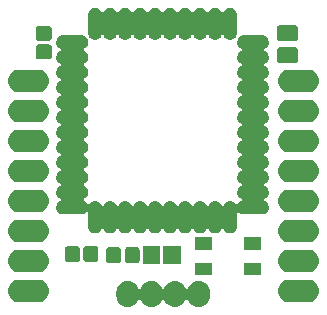
<source format=gts>
G04 #@! TF.GenerationSoftware,KiCad,Pcbnew,(5.1.2)-1*
G04 #@! TF.CreationDate,2019-06-15T01:06:45+09:00*
G04 #@! TF.ProjectId,ble5,626c6535-2e6b-4696-9361-645f70636258,v1.0*
G04 #@! TF.SameCoordinates,Original*
G04 #@! TF.FileFunction,Soldermask,Top*
G04 #@! TF.FilePolarity,Negative*
%FSLAX46Y46*%
G04 Gerber Fmt 4.6, Leading zero omitted, Abs format (unit mm)*
G04 Created by KiCad (PCBNEW (5.1.2)-1) date 2019-06-15 01:06:45*
%MOMM*%
%LPD*%
G04 APERTURE LIST*
%ADD10C,0.050000*%
G04 APERTURE END LIST*
D10*
G36*
X128888583Y-61413919D02*
G01*
X129069925Y-61468929D01*
X129237043Y-61558256D01*
X129383528Y-61678472D01*
X129503744Y-61824957D01*
X129593071Y-61992076D01*
X129648081Y-62173418D01*
X129662000Y-62314744D01*
X129662000Y-62685257D01*
X129648081Y-62826583D01*
X129593071Y-63007925D01*
X129503744Y-63175043D01*
X129383528Y-63321528D01*
X129237043Y-63441744D01*
X129069924Y-63531071D01*
X128888582Y-63586081D01*
X128700000Y-63604654D01*
X128511417Y-63586081D01*
X128330075Y-63531071D01*
X128162957Y-63441744D01*
X128016472Y-63321528D01*
X127896256Y-63175043D01*
X127810239Y-63014117D01*
X127796626Y-62993742D01*
X127779299Y-62976415D01*
X127758924Y-62962802D01*
X127736285Y-62953424D01*
X127712252Y-62948644D01*
X127687748Y-62948644D01*
X127663715Y-62953424D01*
X127641076Y-62962802D01*
X127620701Y-62976415D01*
X127603374Y-62993742D01*
X127589761Y-63014117D01*
X127503744Y-63175043D01*
X127383528Y-63321528D01*
X127237043Y-63441744D01*
X127069924Y-63531071D01*
X126888582Y-63586081D01*
X126700000Y-63604654D01*
X126511417Y-63586081D01*
X126330075Y-63531071D01*
X126162957Y-63441744D01*
X126016472Y-63321528D01*
X125896256Y-63175043D01*
X125810239Y-63014117D01*
X125796626Y-62993742D01*
X125779299Y-62976415D01*
X125758924Y-62962802D01*
X125736285Y-62953424D01*
X125712252Y-62948644D01*
X125687748Y-62948644D01*
X125663715Y-62953424D01*
X125641076Y-62962802D01*
X125620701Y-62976415D01*
X125603374Y-62993742D01*
X125589761Y-63014117D01*
X125503744Y-63175043D01*
X125383528Y-63321528D01*
X125237043Y-63441744D01*
X125069924Y-63531071D01*
X124888582Y-63586081D01*
X124700000Y-63604654D01*
X124511417Y-63586081D01*
X124330075Y-63531071D01*
X124162957Y-63441744D01*
X124016472Y-63321528D01*
X123896256Y-63175043D01*
X123810239Y-63014117D01*
X123796626Y-62993742D01*
X123779299Y-62976415D01*
X123758924Y-62962802D01*
X123736285Y-62953424D01*
X123712252Y-62948644D01*
X123687748Y-62948644D01*
X123663715Y-62953424D01*
X123641076Y-62962802D01*
X123620701Y-62976415D01*
X123603374Y-62993742D01*
X123589761Y-63014117D01*
X123503744Y-63175043D01*
X123383528Y-63321528D01*
X123237043Y-63441744D01*
X123069924Y-63531071D01*
X122888582Y-63586081D01*
X122700000Y-63604654D01*
X122511417Y-63586081D01*
X122330075Y-63531071D01*
X122162957Y-63441744D01*
X122016472Y-63321528D01*
X121896256Y-63175043D01*
X121806929Y-63007924D01*
X121751919Y-62826582D01*
X121738000Y-62685256D01*
X121738000Y-62314743D01*
X121751919Y-62173417D01*
X121806929Y-61992075D01*
X121896256Y-61824957D01*
X121917814Y-61798689D01*
X122016473Y-61678472D01*
X122162957Y-61558257D01*
X122162956Y-61558257D01*
X122162958Y-61558256D01*
X122330076Y-61468929D01*
X122511418Y-61413919D01*
X122700000Y-61395346D01*
X122888583Y-61413919D01*
X123069925Y-61468929D01*
X123237043Y-61558256D01*
X123383528Y-61678472D01*
X123503744Y-61824957D01*
X123589761Y-61985883D01*
X123603374Y-62006258D01*
X123620701Y-62023585D01*
X123641076Y-62037198D01*
X123663715Y-62046576D01*
X123687748Y-62051356D01*
X123712252Y-62051356D01*
X123736285Y-62046576D01*
X123758924Y-62037198D01*
X123779299Y-62023585D01*
X123796626Y-62006258D01*
X123810239Y-61985883D01*
X123896256Y-61824957D01*
X123917814Y-61798689D01*
X124016473Y-61678472D01*
X124162957Y-61558257D01*
X124162956Y-61558257D01*
X124162958Y-61558256D01*
X124330076Y-61468929D01*
X124511418Y-61413919D01*
X124700000Y-61395346D01*
X124888583Y-61413919D01*
X125069925Y-61468929D01*
X125237043Y-61558256D01*
X125383528Y-61678472D01*
X125503744Y-61824957D01*
X125589761Y-61985883D01*
X125603374Y-62006258D01*
X125620701Y-62023585D01*
X125641076Y-62037198D01*
X125663715Y-62046576D01*
X125687748Y-62051356D01*
X125712252Y-62051356D01*
X125736285Y-62046576D01*
X125758924Y-62037198D01*
X125779299Y-62023585D01*
X125796626Y-62006258D01*
X125810239Y-61985883D01*
X125896256Y-61824957D01*
X125917814Y-61798689D01*
X126016473Y-61678472D01*
X126162957Y-61558257D01*
X126162956Y-61558257D01*
X126162958Y-61558256D01*
X126330076Y-61468929D01*
X126511418Y-61413919D01*
X126700000Y-61395346D01*
X126888583Y-61413919D01*
X127069925Y-61468929D01*
X127237043Y-61558256D01*
X127383528Y-61678472D01*
X127503744Y-61824957D01*
X127589761Y-61985883D01*
X127603374Y-62006258D01*
X127620701Y-62023585D01*
X127641076Y-62037198D01*
X127663715Y-62046576D01*
X127687748Y-62051356D01*
X127712252Y-62051356D01*
X127736285Y-62046576D01*
X127758924Y-62037198D01*
X127779299Y-62023585D01*
X127796626Y-62006258D01*
X127810239Y-61985883D01*
X127896256Y-61824957D01*
X127917814Y-61798689D01*
X128016473Y-61678472D01*
X128162957Y-61558257D01*
X128162956Y-61558257D01*
X128162958Y-61558256D01*
X128330076Y-61468929D01*
X128511418Y-61413919D01*
X128700000Y-61395346D01*
X128888583Y-61413919D01*
X128888583Y-61413919D01*
G37*
G36*
X138110583Y-61281919D02*
G01*
X138291925Y-61336929D01*
X138459043Y-61426256D01*
X138605528Y-61546472D01*
X138725744Y-61692957D01*
X138815071Y-61860075D01*
X138870081Y-62041417D01*
X138888654Y-62230000D01*
X138870081Y-62418583D01*
X138815071Y-62599925D01*
X138725744Y-62767043D01*
X138605528Y-62913528D01*
X138459043Y-63033744D01*
X138291925Y-63123071D01*
X138110583Y-63178081D01*
X137969257Y-63192000D01*
X136350743Y-63192000D01*
X136209417Y-63178081D01*
X136028075Y-63123071D01*
X135860957Y-63033744D01*
X135714472Y-62913528D01*
X135594256Y-62767043D01*
X135504929Y-62599925D01*
X135449919Y-62418583D01*
X135431346Y-62230000D01*
X135449919Y-62041417D01*
X135504929Y-61860075D01*
X135594256Y-61692957D01*
X135714472Y-61546472D01*
X135860957Y-61426256D01*
X136028075Y-61336929D01*
X136209417Y-61281919D01*
X136350743Y-61268000D01*
X137969257Y-61268000D01*
X138110583Y-61281919D01*
X138110583Y-61281919D01*
G37*
G36*
X115250583Y-61281919D02*
G01*
X115431925Y-61336929D01*
X115599043Y-61426256D01*
X115745528Y-61546472D01*
X115865744Y-61692957D01*
X115955071Y-61860075D01*
X116010081Y-62041417D01*
X116028654Y-62230000D01*
X116010081Y-62418583D01*
X115955071Y-62599925D01*
X115865744Y-62767043D01*
X115745528Y-62913528D01*
X115599043Y-63033744D01*
X115431925Y-63123071D01*
X115250583Y-63178081D01*
X115109257Y-63192000D01*
X113490743Y-63192000D01*
X113349417Y-63178081D01*
X113168075Y-63123071D01*
X113000957Y-63033744D01*
X112854472Y-62913528D01*
X112734256Y-62767043D01*
X112644929Y-62599925D01*
X112589919Y-62418583D01*
X112571346Y-62230000D01*
X112589919Y-62041417D01*
X112644929Y-61860075D01*
X112734256Y-61692957D01*
X112854472Y-61546472D01*
X113000957Y-61426256D01*
X113168075Y-61336929D01*
X113349417Y-61281919D01*
X113490743Y-61268000D01*
X115109257Y-61268000D01*
X115250583Y-61281919D01*
X115250583Y-61281919D01*
G37*
G36*
X129875000Y-60875000D02*
G01*
X128425000Y-60875000D01*
X128425000Y-59825000D01*
X129875000Y-59825000D01*
X129875000Y-60875000D01*
X129875000Y-60875000D01*
G37*
G36*
X134025000Y-60875000D02*
G01*
X132575000Y-60875000D01*
X132575000Y-59825000D01*
X134025000Y-59825000D01*
X134025000Y-60875000D01*
X134025000Y-60875000D01*
G37*
G36*
X138110583Y-58741919D02*
G01*
X138291925Y-58796929D01*
X138459043Y-58886256D01*
X138605528Y-59006472D01*
X138725744Y-59152957D01*
X138815071Y-59320075D01*
X138870081Y-59501417D01*
X138888654Y-59690000D01*
X138870081Y-59878583D01*
X138815071Y-60059925D01*
X138725744Y-60227043D01*
X138605528Y-60373528D01*
X138459043Y-60493744D01*
X138291925Y-60583071D01*
X138110583Y-60638081D01*
X137969257Y-60652000D01*
X136350743Y-60652000D01*
X136209417Y-60638081D01*
X136028075Y-60583071D01*
X135860957Y-60493744D01*
X135714472Y-60373528D01*
X135594256Y-60227043D01*
X135504929Y-60059925D01*
X135449919Y-59878583D01*
X135431346Y-59690000D01*
X135449919Y-59501417D01*
X135504929Y-59320075D01*
X135594256Y-59152957D01*
X135714472Y-59006472D01*
X135860957Y-58886256D01*
X136028075Y-58796929D01*
X136209417Y-58741919D01*
X136350743Y-58728000D01*
X137969257Y-58728000D01*
X138110583Y-58741919D01*
X138110583Y-58741919D01*
G37*
G36*
X115250583Y-58741919D02*
G01*
X115431925Y-58796929D01*
X115599043Y-58886256D01*
X115745528Y-59006472D01*
X115865744Y-59152957D01*
X115955071Y-59320075D01*
X116010081Y-59501417D01*
X116028654Y-59690000D01*
X116010081Y-59878583D01*
X115955071Y-60059925D01*
X115865744Y-60227043D01*
X115745528Y-60373528D01*
X115599043Y-60493744D01*
X115431925Y-60583071D01*
X115250583Y-60638081D01*
X115109257Y-60652000D01*
X113490743Y-60652000D01*
X113349417Y-60638081D01*
X113168075Y-60583071D01*
X113000957Y-60493744D01*
X112854472Y-60373528D01*
X112734256Y-60227043D01*
X112644929Y-60059925D01*
X112589919Y-59878583D01*
X112571346Y-59690000D01*
X112589919Y-59501417D01*
X112644929Y-59320075D01*
X112734256Y-59152957D01*
X112854472Y-59006472D01*
X113000957Y-58886256D01*
X113168075Y-58796929D01*
X113349417Y-58741919D01*
X113490743Y-58728000D01*
X115109257Y-58728000D01*
X115250583Y-58741919D01*
X115250583Y-58741919D01*
G37*
G36*
X125424750Y-59939750D02*
G01*
X123975730Y-59939750D01*
X123975730Y-58460250D01*
X125424750Y-58460250D01*
X125424750Y-59939750D01*
X125424750Y-59939750D01*
G37*
G36*
X127172270Y-59939750D02*
G01*
X125723250Y-59939750D01*
X125723250Y-58460250D01*
X127172270Y-58460250D01*
X127172270Y-59939750D01*
X127172270Y-59939750D01*
G37*
G36*
X121931622Y-58530517D02*
G01*
X121979585Y-58545066D01*
X122023778Y-58568688D01*
X122062519Y-58600481D01*
X122094312Y-58639222D01*
X122117934Y-58683415D01*
X122132483Y-58731378D01*
X122138000Y-58787391D01*
X122138000Y-59612609D01*
X122132483Y-59668622D01*
X122117934Y-59716585D01*
X122094312Y-59760778D01*
X122062519Y-59799519D01*
X122023778Y-59831312D01*
X121979585Y-59854934D01*
X121931622Y-59869483D01*
X121875609Y-59875000D01*
X121125391Y-59875000D01*
X121069378Y-59869483D01*
X121021415Y-59854934D01*
X120977222Y-59831312D01*
X120938481Y-59799519D01*
X120906688Y-59760778D01*
X120883066Y-59716585D01*
X120868517Y-59668622D01*
X120863000Y-59612609D01*
X120863000Y-58787391D01*
X120868517Y-58731378D01*
X120883066Y-58683415D01*
X120906688Y-58639222D01*
X120938481Y-58600481D01*
X120977222Y-58568688D01*
X121021415Y-58545066D01*
X121069378Y-58530517D01*
X121125391Y-58525000D01*
X121875609Y-58525000D01*
X121931622Y-58530517D01*
X121931622Y-58530517D01*
G37*
G36*
X123506622Y-58530517D02*
G01*
X123554585Y-58545066D01*
X123598778Y-58568688D01*
X123637519Y-58600481D01*
X123669312Y-58639222D01*
X123692934Y-58683415D01*
X123707483Y-58731378D01*
X123713000Y-58787391D01*
X123713000Y-59612609D01*
X123707483Y-59668622D01*
X123692934Y-59716585D01*
X123669312Y-59760778D01*
X123637519Y-59799519D01*
X123598778Y-59831312D01*
X123554585Y-59854934D01*
X123506622Y-59869483D01*
X123450609Y-59875000D01*
X122700391Y-59875000D01*
X122644378Y-59869483D01*
X122596415Y-59854934D01*
X122552222Y-59831312D01*
X122513481Y-59799519D01*
X122481688Y-59760778D01*
X122458066Y-59716585D01*
X122443517Y-59668622D01*
X122438000Y-59612609D01*
X122438000Y-58787391D01*
X122443517Y-58731378D01*
X122458066Y-58683415D01*
X122481688Y-58639222D01*
X122513481Y-58600481D01*
X122552222Y-58568688D01*
X122596415Y-58545066D01*
X122644378Y-58530517D01*
X122700391Y-58525000D01*
X123450609Y-58525000D01*
X123506622Y-58530517D01*
X123506622Y-58530517D01*
G37*
G36*
X118443622Y-58430517D02*
G01*
X118491585Y-58445066D01*
X118535778Y-58468688D01*
X118574519Y-58500481D01*
X118606312Y-58539222D01*
X118629934Y-58583415D01*
X118644483Y-58631378D01*
X118650000Y-58687391D01*
X118650000Y-59512609D01*
X118644483Y-59568622D01*
X118629934Y-59616585D01*
X118606312Y-59660778D01*
X118574519Y-59699519D01*
X118535778Y-59731312D01*
X118491585Y-59754934D01*
X118443622Y-59769483D01*
X118387609Y-59775000D01*
X117637391Y-59775000D01*
X117581378Y-59769483D01*
X117533415Y-59754934D01*
X117489222Y-59731312D01*
X117450481Y-59699519D01*
X117418688Y-59660778D01*
X117395066Y-59616585D01*
X117380517Y-59568622D01*
X117375000Y-59512609D01*
X117375000Y-58687391D01*
X117380517Y-58631378D01*
X117395066Y-58583415D01*
X117418688Y-58539222D01*
X117450481Y-58500481D01*
X117489222Y-58468688D01*
X117533415Y-58445066D01*
X117581378Y-58430517D01*
X117637391Y-58425000D01*
X118387609Y-58425000D01*
X118443622Y-58430517D01*
X118443622Y-58430517D01*
G37*
G36*
X120018622Y-58430517D02*
G01*
X120066585Y-58445066D01*
X120110778Y-58468688D01*
X120149519Y-58500481D01*
X120181312Y-58539222D01*
X120204934Y-58583415D01*
X120219483Y-58631378D01*
X120225000Y-58687391D01*
X120225000Y-59512609D01*
X120219483Y-59568622D01*
X120204934Y-59616585D01*
X120181312Y-59660778D01*
X120149519Y-59699519D01*
X120110778Y-59731312D01*
X120066585Y-59754934D01*
X120018622Y-59769483D01*
X119962609Y-59775000D01*
X119212391Y-59775000D01*
X119156378Y-59769483D01*
X119108415Y-59754934D01*
X119064222Y-59731312D01*
X119025481Y-59699519D01*
X118993688Y-59660778D01*
X118970066Y-59616585D01*
X118955517Y-59568622D01*
X118950000Y-59512609D01*
X118950000Y-58687391D01*
X118955517Y-58631378D01*
X118970066Y-58583415D01*
X118993688Y-58539222D01*
X119025481Y-58500481D01*
X119064222Y-58468688D01*
X119108415Y-58445066D01*
X119156378Y-58430517D01*
X119212391Y-58425000D01*
X119962609Y-58425000D01*
X120018622Y-58430517D01*
X120018622Y-58430517D01*
G37*
G36*
X134025000Y-58725000D02*
G01*
X132575000Y-58725000D01*
X132575000Y-57675000D01*
X134025000Y-57675000D01*
X134025000Y-58725000D01*
X134025000Y-58725000D01*
G37*
G36*
X129875000Y-58725000D02*
G01*
X128425000Y-58725000D01*
X128425000Y-57675000D01*
X129875000Y-57675000D01*
X129875000Y-58725000D01*
X129875000Y-58725000D01*
G37*
G36*
X138110583Y-56201919D02*
G01*
X138291925Y-56256929D01*
X138459043Y-56346256D01*
X138605528Y-56466472D01*
X138725744Y-56612957D01*
X138815071Y-56780075D01*
X138870081Y-56961417D01*
X138888654Y-57150000D01*
X138870081Y-57338583D01*
X138815071Y-57519925D01*
X138725744Y-57687043D01*
X138605528Y-57833528D01*
X138459043Y-57953744D01*
X138291925Y-58043071D01*
X138110583Y-58098081D01*
X137969257Y-58112000D01*
X136350743Y-58112000D01*
X136209417Y-58098081D01*
X136028075Y-58043071D01*
X135860957Y-57953744D01*
X135714472Y-57833528D01*
X135594256Y-57687043D01*
X135504929Y-57519925D01*
X135449919Y-57338583D01*
X135431346Y-57150000D01*
X135449919Y-56961417D01*
X135504929Y-56780075D01*
X135594256Y-56612957D01*
X135714472Y-56466472D01*
X135860957Y-56346256D01*
X136028075Y-56256929D01*
X136209417Y-56201919D01*
X136350743Y-56188000D01*
X137969257Y-56188000D01*
X138110583Y-56201919D01*
X138110583Y-56201919D01*
G37*
G36*
X115250583Y-56201919D02*
G01*
X115431925Y-56256929D01*
X115599043Y-56346256D01*
X115745528Y-56466472D01*
X115865744Y-56612957D01*
X115955071Y-56780075D01*
X116010081Y-56961417D01*
X116028654Y-57150000D01*
X116010081Y-57338583D01*
X115955071Y-57519925D01*
X115865744Y-57687043D01*
X115745528Y-57833528D01*
X115599043Y-57953744D01*
X115431925Y-58043071D01*
X115250583Y-58098081D01*
X115109257Y-58112000D01*
X113490743Y-58112000D01*
X113349417Y-58098081D01*
X113168075Y-58043071D01*
X113000957Y-57953744D01*
X112854472Y-57833528D01*
X112734256Y-57687043D01*
X112644929Y-57519925D01*
X112589919Y-57338583D01*
X112571346Y-57150000D01*
X112589919Y-56961417D01*
X112644929Y-56780075D01*
X112734256Y-56612957D01*
X112854472Y-56466472D01*
X113000957Y-56346256D01*
X113168075Y-56256929D01*
X113349417Y-56201919D01*
X113490743Y-56188000D01*
X115109257Y-56188000D01*
X115250583Y-56201919D01*
X115250583Y-56201919D01*
G37*
G36*
X118883701Y-40598392D02*
G01*
X118993030Y-40631557D01*
X119093789Y-40685414D01*
X119182107Y-40757893D01*
X119254586Y-40846211D01*
X119308443Y-40946970D01*
X119341608Y-41056299D01*
X119352806Y-41170000D01*
X119341608Y-41283701D01*
X119308443Y-41393030D01*
X119254586Y-41493789D01*
X119182107Y-41582107D01*
X119093789Y-41654586D01*
X119018627Y-41694761D01*
X118998253Y-41708374D01*
X118980926Y-41725701D01*
X118967312Y-41746076D01*
X118957934Y-41768715D01*
X118953154Y-41792748D01*
X118953154Y-41817252D01*
X118957934Y-41841285D01*
X118967312Y-41863924D01*
X118980925Y-41884298D01*
X118998252Y-41901625D01*
X119018627Y-41915239D01*
X119093789Y-41955414D01*
X119182107Y-42027893D01*
X119254586Y-42116211D01*
X119308443Y-42216970D01*
X119341608Y-42326299D01*
X119352806Y-42440000D01*
X119341608Y-42553701D01*
X119308443Y-42663030D01*
X119254586Y-42763789D01*
X119182107Y-42852107D01*
X119093789Y-42924586D01*
X119018627Y-42964761D01*
X118998253Y-42978374D01*
X118980926Y-42995701D01*
X118967312Y-43016076D01*
X118957934Y-43038715D01*
X118953154Y-43062748D01*
X118953154Y-43087252D01*
X118957934Y-43111285D01*
X118967312Y-43133924D01*
X118980925Y-43154298D01*
X118998252Y-43171625D01*
X119018627Y-43185239D01*
X119093789Y-43225414D01*
X119182107Y-43297893D01*
X119254586Y-43386211D01*
X119308443Y-43486970D01*
X119341608Y-43596299D01*
X119352806Y-43710000D01*
X119341608Y-43823701D01*
X119308443Y-43933030D01*
X119254586Y-44033789D01*
X119182107Y-44122107D01*
X119093789Y-44194586D01*
X119018627Y-44234761D01*
X118998253Y-44248374D01*
X118980926Y-44265701D01*
X118967312Y-44286076D01*
X118957934Y-44308715D01*
X118953154Y-44332748D01*
X118953154Y-44357252D01*
X118957934Y-44381285D01*
X118967312Y-44403924D01*
X118980925Y-44424298D01*
X118998252Y-44441625D01*
X119018627Y-44455239D01*
X119093789Y-44495414D01*
X119182107Y-44567893D01*
X119254586Y-44656211D01*
X119308443Y-44756970D01*
X119341608Y-44866299D01*
X119352806Y-44980000D01*
X119341608Y-45093701D01*
X119308443Y-45203030D01*
X119254586Y-45303789D01*
X119182107Y-45392107D01*
X119093789Y-45464586D01*
X119018627Y-45504761D01*
X118998253Y-45518374D01*
X118980926Y-45535701D01*
X118967312Y-45556076D01*
X118957934Y-45578715D01*
X118953154Y-45602748D01*
X118953154Y-45627252D01*
X118957934Y-45651285D01*
X118967312Y-45673924D01*
X118980925Y-45694298D01*
X118998252Y-45711625D01*
X119018627Y-45725239D01*
X119093789Y-45765414D01*
X119182107Y-45837893D01*
X119254586Y-45926211D01*
X119308443Y-46026970D01*
X119341608Y-46136299D01*
X119352806Y-46250000D01*
X119341608Y-46363701D01*
X119308443Y-46473030D01*
X119254586Y-46573789D01*
X119182107Y-46662107D01*
X119093789Y-46734586D01*
X119018627Y-46774761D01*
X118998253Y-46788374D01*
X118980926Y-46805701D01*
X118967312Y-46826076D01*
X118957934Y-46848715D01*
X118953154Y-46872748D01*
X118953154Y-46897252D01*
X118957934Y-46921285D01*
X118967312Y-46943924D01*
X118980925Y-46964298D01*
X118998252Y-46981625D01*
X119018627Y-46995239D01*
X119093789Y-47035414D01*
X119182107Y-47107893D01*
X119254586Y-47196211D01*
X119308443Y-47296970D01*
X119341608Y-47406299D01*
X119352806Y-47520000D01*
X119341608Y-47633701D01*
X119308443Y-47743030D01*
X119254586Y-47843789D01*
X119182107Y-47932107D01*
X119093789Y-48004586D01*
X119018627Y-48044761D01*
X118998253Y-48058374D01*
X118980926Y-48075701D01*
X118967312Y-48096076D01*
X118957934Y-48118715D01*
X118953154Y-48142748D01*
X118953154Y-48167252D01*
X118957934Y-48191285D01*
X118967312Y-48213924D01*
X118980925Y-48234298D01*
X118998252Y-48251625D01*
X119018627Y-48265239D01*
X119093789Y-48305414D01*
X119182107Y-48377893D01*
X119254586Y-48466211D01*
X119308443Y-48566970D01*
X119341608Y-48676299D01*
X119352806Y-48790000D01*
X119341608Y-48903701D01*
X119308443Y-49013030D01*
X119254586Y-49113789D01*
X119182107Y-49202107D01*
X119093789Y-49274586D01*
X119018627Y-49314761D01*
X118998253Y-49328374D01*
X118980926Y-49345701D01*
X118967312Y-49366076D01*
X118957934Y-49388715D01*
X118953154Y-49412748D01*
X118953154Y-49437252D01*
X118957934Y-49461285D01*
X118967312Y-49483924D01*
X118980925Y-49504298D01*
X118998252Y-49521625D01*
X119018627Y-49535239D01*
X119093789Y-49575414D01*
X119182107Y-49647893D01*
X119254586Y-49736211D01*
X119308443Y-49836970D01*
X119341608Y-49946299D01*
X119352806Y-50060000D01*
X119341608Y-50173701D01*
X119308443Y-50283030D01*
X119254586Y-50383789D01*
X119182107Y-50472107D01*
X119093789Y-50544586D01*
X119018627Y-50584761D01*
X118998253Y-50598374D01*
X118980926Y-50615701D01*
X118967312Y-50636076D01*
X118957934Y-50658715D01*
X118953154Y-50682748D01*
X118953154Y-50707252D01*
X118957934Y-50731285D01*
X118967312Y-50753924D01*
X118980925Y-50774298D01*
X118998252Y-50791625D01*
X119018627Y-50805239D01*
X119093789Y-50845414D01*
X119182107Y-50917893D01*
X119254586Y-51006211D01*
X119308443Y-51106970D01*
X119341608Y-51216299D01*
X119352806Y-51330000D01*
X119341608Y-51443701D01*
X119308443Y-51553030D01*
X119254586Y-51653789D01*
X119182107Y-51742107D01*
X119093789Y-51814586D01*
X119018627Y-51854761D01*
X118998253Y-51868374D01*
X118980926Y-51885701D01*
X118967312Y-51906076D01*
X118957934Y-51928715D01*
X118953154Y-51952748D01*
X118953154Y-51977252D01*
X118957934Y-52001285D01*
X118967312Y-52023924D01*
X118980925Y-52044298D01*
X118998252Y-52061625D01*
X119018627Y-52075239D01*
X119093789Y-52115414D01*
X119182107Y-52187893D01*
X119254586Y-52276211D01*
X119308443Y-52376970D01*
X119341608Y-52486299D01*
X119352806Y-52600000D01*
X119341608Y-52713701D01*
X119308443Y-52823030D01*
X119254586Y-52923789D01*
X119182107Y-53012107D01*
X119093789Y-53084586D01*
X119018627Y-53124761D01*
X118998253Y-53138374D01*
X118980926Y-53155701D01*
X118967312Y-53176076D01*
X118957934Y-53198715D01*
X118953154Y-53222748D01*
X118953154Y-53247252D01*
X118957934Y-53271285D01*
X118967312Y-53293924D01*
X118980925Y-53314298D01*
X118998252Y-53331625D01*
X119018627Y-53345239D01*
X119093789Y-53385414D01*
X119182107Y-53457893D01*
X119254586Y-53546211D01*
X119308443Y-53646970D01*
X119341608Y-53756299D01*
X119352806Y-53870000D01*
X119341608Y-53983701D01*
X119308443Y-54093030D01*
X119254586Y-54193789D01*
X119182107Y-54282107D01*
X119093789Y-54354586D01*
X119018627Y-54394761D01*
X118998253Y-54408374D01*
X118980926Y-54425701D01*
X118967312Y-54446076D01*
X118957934Y-54468715D01*
X118953154Y-54492748D01*
X118953154Y-54517252D01*
X118957934Y-54541285D01*
X118967312Y-54563924D01*
X118980925Y-54584298D01*
X118998252Y-54601625D01*
X119018627Y-54615239D01*
X119093789Y-54655414D01*
X119182107Y-54727893D01*
X119240121Y-54798585D01*
X119254585Y-54816210D01*
X119266652Y-54838785D01*
X119280263Y-54859155D01*
X119297590Y-54876482D01*
X119317964Y-54890096D01*
X119340603Y-54899473D01*
X119364636Y-54904254D01*
X119389141Y-54904254D01*
X119413174Y-54899474D01*
X119435813Y-54890097D01*
X119456187Y-54876483D01*
X119473515Y-54859155D01*
X119527894Y-54792894D01*
X119616210Y-54720414D01*
X119716970Y-54666557D01*
X119826299Y-54633392D01*
X119940000Y-54622194D01*
X120053700Y-54633392D01*
X120163029Y-54666557D01*
X120263788Y-54720414D01*
X120352106Y-54792894D01*
X120424586Y-54881210D01*
X120464761Y-54956373D01*
X120478374Y-54976747D01*
X120495701Y-54994074D01*
X120516076Y-55007688D01*
X120538715Y-55017066D01*
X120562748Y-55021846D01*
X120587252Y-55021846D01*
X120611285Y-55017066D01*
X120633924Y-55007688D01*
X120654298Y-54994075D01*
X120671625Y-54976748D01*
X120685239Y-54956373D01*
X120725414Y-54881212D01*
X120797894Y-54792894D01*
X120886210Y-54720414D01*
X120986970Y-54666557D01*
X121096299Y-54633392D01*
X121210000Y-54622194D01*
X121323700Y-54633392D01*
X121433029Y-54666557D01*
X121533788Y-54720414D01*
X121622106Y-54792894D01*
X121694586Y-54881210D01*
X121734761Y-54956373D01*
X121748374Y-54976747D01*
X121765701Y-54994074D01*
X121786076Y-55007688D01*
X121808715Y-55017066D01*
X121832748Y-55021846D01*
X121857252Y-55021846D01*
X121881285Y-55017066D01*
X121903924Y-55007688D01*
X121924298Y-54994075D01*
X121941625Y-54976748D01*
X121955239Y-54956373D01*
X121995414Y-54881212D01*
X122067894Y-54792894D01*
X122156210Y-54720414D01*
X122256970Y-54666557D01*
X122366299Y-54633392D01*
X122480000Y-54622194D01*
X122593700Y-54633392D01*
X122703029Y-54666557D01*
X122803788Y-54720414D01*
X122892106Y-54792894D01*
X122964586Y-54881210D01*
X123004761Y-54956373D01*
X123018374Y-54976747D01*
X123035701Y-54994074D01*
X123056076Y-55007688D01*
X123078715Y-55017066D01*
X123102748Y-55021846D01*
X123127252Y-55021846D01*
X123151285Y-55017066D01*
X123173924Y-55007688D01*
X123194298Y-54994075D01*
X123211625Y-54976748D01*
X123225239Y-54956373D01*
X123265414Y-54881212D01*
X123337894Y-54792894D01*
X123426210Y-54720414D01*
X123526970Y-54666557D01*
X123636299Y-54633392D01*
X123750000Y-54622194D01*
X123863700Y-54633392D01*
X123973029Y-54666557D01*
X124073788Y-54720414D01*
X124162106Y-54792894D01*
X124234586Y-54881210D01*
X124274761Y-54956373D01*
X124288374Y-54976747D01*
X124305701Y-54994074D01*
X124326076Y-55007688D01*
X124348715Y-55017066D01*
X124372748Y-55021846D01*
X124397252Y-55021846D01*
X124421285Y-55017066D01*
X124443924Y-55007688D01*
X124464298Y-54994075D01*
X124481625Y-54976748D01*
X124495239Y-54956373D01*
X124535414Y-54881212D01*
X124607894Y-54792894D01*
X124696210Y-54720414D01*
X124796970Y-54666557D01*
X124906299Y-54633392D01*
X125020000Y-54622194D01*
X125133700Y-54633392D01*
X125243029Y-54666557D01*
X125343788Y-54720414D01*
X125432106Y-54792894D01*
X125504586Y-54881210D01*
X125544761Y-54956373D01*
X125558374Y-54976747D01*
X125575701Y-54994074D01*
X125596076Y-55007688D01*
X125618715Y-55017066D01*
X125642748Y-55021846D01*
X125667252Y-55021846D01*
X125691285Y-55017066D01*
X125713924Y-55007688D01*
X125734298Y-54994075D01*
X125751625Y-54976748D01*
X125765239Y-54956373D01*
X125805414Y-54881212D01*
X125877894Y-54792894D01*
X125966210Y-54720414D01*
X126066970Y-54666557D01*
X126176299Y-54633392D01*
X126290000Y-54622194D01*
X126403700Y-54633392D01*
X126513029Y-54666557D01*
X126613788Y-54720414D01*
X126702106Y-54792894D01*
X126774586Y-54881210D01*
X126814761Y-54956373D01*
X126828374Y-54976747D01*
X126845701Y-54994074D01*
X126866076Y-55007688D01*
X126888715Y-55017066D01*
X126912748Y-55021846D01*
X126937252Y-55021846D01*
X126961285Y-55017066D01*
X126983924Y-55007688D01*
X127004298Y-54994075D01*
X127021625Y-54976748D01*
X127035239Y-54956373D01*
X127075414Y-54881212D01*
X127147894Y-54792894D01*
X127236210Y-54720414D01*
X127336970Y-54666557D01*
X127446299Y-54633392D01*
X127560000Y-54622194D01*
X127673700Y-54633392D01*
X127783029Y-54666557D01*
X127883788Y-54720414D01*
X127972106Y-54792894D01*
X128044586Y-54881210D01*
X128084761Y-54956373D01*
X128098374Y-54976747D01*
X128115701Y-54994074D01*
X128136076Y-55007688D01*
X128158715Y-55017066D01*
X128182748Y-55021846D01*
X128207252Y-55021846D01*
X128231285Y-55017066D01*
X128253924Y-55007688D01*
X128274298Y-54994075D01*
X128291625Y-54976748D01*
X128305239Y-54956373D01*
X128345414Y-54881212D01*
X128417894Y-54792894D01*
X128506210Y-54720414D01*
X128606970Y-54666557D01*
X128716299Y-54633392D01*
X128830000Y-54622194D01*
X128943700Y-54633392D01*
X129053029Y-54666557D01*
X129153788Y-54720414D01*
X129242106Y-54792894D01*
X129314586Y-54881210D01*
X129354761Y-54956373D01*
X129368374Y-54976747D01*
X129385701Y-54994074D01*
X129406076Y-55007688D01*
X129428715Y-55017066D01*
X129452748Y-55021846D01*
X129477252Y-55021846D01*
X129501285Y-55017066D01*
X129523924Y-55007688D01*
X129544298Y-54994075D01*
X129561625Y-54976748D01*
X129575239Y-54956373D01*
X129615414Y-54881212D01*
X129687894Y-54792894D01*
X129776210Y-54720414D01*
X129876970Y-54666557D01*
X129986299Y-54633392D01*
X130100000Y-54622194D01*
X130213700Y-54633392D01*
X130323029Y-54666557D01*
X130423788Y-54720414D01*
X130512106Y-54792894D01*
X130584586Y-54881210D01*
X130624761Y-54956373D01*
X130638374Y-54976747D01*
X130655701Y-54994074D01*
X130676076Y-55007688D01*
X130698715Y-55017066D01*
X130722748Y-55021846D01*
X130747252Y-55021846D01*
X130771285Y-55017066D01*
X130793924Y-55007688D01*
X130814298Y-54994075D01*
X130831625Y-54976748D01*
X130845239Y-54956373D01*
X130885414Y-54881212D01*
X130957894Y-54792894D01*
X131046210Y-54720414D01*
X131146970Y-54666557D01*
X131256299Y-54633392D01*
X131370000Y-54622194D01*
X131483700Y-54633392D01*
X131593029Y-54666557D01*
X131693788Y-54720414D01*
X131782106Y-54792893D01*
X131836485Y-54859155D01*
X131853812Y-54876482D01*
X131874187Y-54890096D01*
X131896825Y-54899474D01*
X131920859Y-54904254D01*
X131945363Y-54904254D01*
X131969396Y-54899474D01*
X131992035Y-54890096D01*
X132012409Y-54876483D01*
X132029736Y-54859156D01*
X132043348Y-54838785D01*
X132055415Y-54816210D01*
X132069879Y-54798585D01*
X132127893Y-54727893D01*
X132216211Y-54655414D01*
X132291373Y-54615239D01*
X132311747Y-54601626D01*
X132329074Y-54584299D01*
X132342688Y-54563924D01*
X132352066Y-54541285D01*
X132356846Y-54517252D01*
X132356846Y-54492748D01*
X132352066Y-54468715D01*
X132342688Y-54446076D01*
X132329075Y-54425702D01*
X132311748Y-54408375D01*
X132291373Y-54394761D01*
X132216211Y-54354586D01*
X132127893Y-54282107D01*
X132055414Y-54193789D01*
X132001557Y-54093030D01*
X131968392Y-53983701D01*
X131957194Y-53870000D01*
X131968392Y-53756299D01*
X132001557Y-53646970D01*
X132055414Y-53546211D01*
X132127893Y-53457893D01*
X132216211Y-53385414D01*
X132291373Y-53345239D01*
X132311747Y-53331626D01*
X132329074Y-53314299D01*
X132342688Y-53293924D01*
X132352066Y-53271285D01*
X132356846Y-53247252D01*
X132356846Y-53222748D01*
X132352066Y-53198715D01*
X132342688Y-53176076D01*
X132329075Y-53155702D01*
X132311748Y-53138375D01*
X132291373Y-53124761D01*
X132216211Y-53084586D01*
X132127893Y-53012107D01*
X132055414Y-52923789D01*
X132001557Y-52823030D01*
X131968392Y-52713701D01*
X131957194Y-52600000D01*
X131968392Y-52486299D01*
X132001557Y-52376970D01*
X132055414Y-52276211D01*
X132127893Y-52187893D01*
X132216211Y-52115414D01*
X132291373Y-52075239D01*
X132311747Y-52061626D01*
X132329074Y-52044299D01*
X132342688Y-52023924D01*
X132352066Y-52001285D01*
X132356846Y-51977252D01*
X132356846Y-51952748D01*
X132352066Y-51928715D01*
X132342688Y-51906076D01*
X132329075Y-51885702D01*
X132311748Y-51868375D01*
X132291373Y-51854761D01*
X132216211Y-51814586D01*
X132127893Y-51742107D01*
X132055414Y-51653789D01*
X132001557Y-51553030D01*
X131968392Y-51443701D01*
X131957194Y-51330000D01*
X131968392Y-51216299D01*
X132001557Y-51106970D01*
X132055414Y-51006211D01*
X132127893Y-50917893D01*
X132216211Y-50845414D01*
X132291373Y-50805239D01*
X132311747Y-50791626D01*
X132329074Y-50774299D01*
X132342688Y-50753924D01*
X132352066Y-50731285D01*
X132356846Y-50707252D01*
X132356846Y-50682748D01*
X132352066Y-50658715D01*
X132342688Y-50636076D01*
X132329075Y-50615702D01*
X132311748Y-50598375D01*
X132291373Y-50584761D01*
X132216211Y-50544586D01*
X132127893Y-50472107D01*
X132055414Y-50383789D01*
X132001557Y-50283030D01*
X131968392Y-50173701D01*
X131957194Y-50060000D01*
X131968392Y-49946299D01*
X132001557Y-49836970D01*
X132055414Y-49736211D01*
X132127893Y-49647893D01*
X132216211Y-49575414D01*
X132291373Y-49535239D01*
X132311747Y-49521626D01*
X132329074Y-49504299D01*
X132342688Y-49483924D01*
X132352066Y-49461285D01*
X132356846Y-49437252D01*
X132356846Y-49412748D01*
X132352066Y-49388715D01*
X132342688Y-49366076D01*
X132329075Y-49345702D01*
X132311748Y-49328375D01*
X132291373Y-49314761D01*
X132216211Y-49274586D01*
X132127893Y-49202107D01*
X132055414Y-49113789D01*
X132001557Y-49013030D01*
X131968392Y-48903701D01*
X131957194Y-48790000D01*
X131968392Y-48676299D01*
X132001557Y-48566970D01*
X132055414Y-48466211D01*
X132127893Y-48377893D01*
X132216211Y-48305414D01*
X132291373Y-48265239D01*
X132311747Y-48251626D01*
X132329074Y-48234299D01*
X132342688Y-48213924D01*
X132352066Y-48191285D01*
X132356846Y-48167252D01*
X132356846Y-48142748D01*
X132352066Y-48118715D01*
X132342688Y-48096076D01*
X132329075Y-48075702D01*
X132311748Y-48058375D01*
X132291373Y-48044761D01*
X132216211Y-48004586D01*
X132127893Y-47932107D01*
X132055414Y-47843789D01*
X132001557Y-47743030D01*
X131968392Y-47633701D01*
X131957194Y-47520000D01*
X131968392Y-47406299D01*
X132001557Y-47296970D01*
X132055414Y-47196211D01*
X132127893Y-47107893D01*
X132216211Y-47035414D01*
X132291373Y-46995239D01*
X132311747Y-46981626D01*
X132329074Y-46964299D01*
X132342688Y-46943924D01*
X132352066Y-46921285D01*
X132356846Y-46897252D01*
X132356846Y-46872748D01*
X132352066Y-46848715D01*
X132342688Y-46826076D01*
X132329075Y-46805702D01*
X132311748Y-46788375D01*
X132291373Y-46774761D01*
X132216211Y-46734586D01*
X132127893Y-46662107D01*
X132055414Y-46573789D01*
X132001557Y-46473030D01*
X131968392Y-46363701D01*
X131957194Y-46250000D01*
X131968392Y-46136299D01*
X132001557Y-46026970D01*
X132055414Y-45926211D01*
X132127893Y-45837893D01*
X132216211Y-45765414D01*
X132291373Y-45725239D01*
X132311747Y-45711626D01*
X132329074Y-45694299D01*
X132342688Y-45673924D01*
X132352066Y-45651285D01*
X132356846Y-45627252D01*
X132356846Y-45602748D01*
X132352066Y-45578715D01*
X132342688Y-45556076D01*
X132329075Y-45535702D01*
X132311748Y-45518375D01*
X132291373Y-45504761D01*
X132216211Y-45464586D01*
X132127893Y-45392107D01*
X132055414Y-45303789D01*
X132001557Y-45203030D01*
X131968392Y-45093701D01*
X131957194Y-44980000D01*
X131968392Y-44866299D01*
X132001557Y-44756970D01*
X132055414Y-44656211D01*
X132127893Y-44567893D01*
X132216211Y-44495414D01*
X132291373Y-44455239D01*
X132311747Y-44441626D01*
X132329074Y-44424299D01*
X132342688Y-44403924D01*
X132352066Y-44381285D01*
X132356846Y-44357252D01*
X132356846Y-44332748D01*
X132352066Y-44308715D01*
X132342688Y-44286076D01*
X132329075Y-44265702D01*
X132311748Y-44248375D01*
X132291373Y-44234761D01*
X132216211Y-44194586D01*
X132127893Y-44122107D01*
X132055414Y-44033789D01*
X132001557Y-43933030D01*
X131968392Y-43823701D01*
X131957194Y-43710000D01*
X131968392Y-43596299D01*
X132001557Y-43486970D01*
X132055414Y-43386211D01*
X132127893Y-43297893D01*
X132216211Y-43225414D01*
X132291373Y-43185239D01*
X132311747Y-43171626D01*
X132329074Y-43154299D01*
X132342688Y-43133924D01*
X132352066Y-43111285D01*
X132356846Y-43087252D01*
X132356846Y-43062748D01*
X132352066Y-43038715D01*
X132342688Y-43016076D01*
X132329075Y-42995702D01*
X132311748Y-42978375D01*
X132291373Y-42964761D01*
X132216211Y-42924586D01*
X132127893Y-42852107D01*
X132055414Y-42763789D01*
X132001557Y-42663030D01*
X131968392Y-42553701D01*
X131957194Y-42440000D01*
X131968392Y-42326299D01*
X132001557Y-42216970D01*
X132055414Y-42116211D01*
X132127893Y-42027893D01*
X132216211Y-41955414D01*
X132291373Y-41915239D01*
X132311747Y-41901626D01*
X132329074Y-41884299D01*
X132342688Y-41863924D01*
X132352066Y-41841285D01*
X132356846Y-41817252D01*
X132356846Y-41792748D01*
X132352066Y-41768715D01*
X132342688Y-41746076D01*
X132329075Y-41725702D01*
X132311748Y-41708375D01*
X132291373Y-41694761D01*
X132216211Y-41654586D01*
X132127893Y-41582107D01*
X132055414Y-41493789D01*
X132001557Y-41393030D01*
X131968392Y-41283701D01*
X131957194Y-41170000D01*
X131968392Y-41056299D01*
X132001557Y-40946970D01*
X132055414Y-40846211D01*
X132127893Y-40757893D01*
X132216211Y-40685414D01*
X132316970Y-40631557D01*
X132426299Y-40598392D01*
X132511508Y-40590000D01*
X134108492Y-40590000D01*
X134193701Y-40598392D01*
X134303030Y-40631557D01*
X134403789Y-40685414D01*
X134492107Y-40757893D01*
X134564586Y-40846211D01*
X134618443Y-40946970D01*
X134651608Y-41056299D01*
X134662806Y-41170000D01*
X134651608Y-41283701D01*
X134618443Y-41393030D01*
X134564586Y-41493789D01*
X134492107Y-41582107D01*
X134403789Y-41654586D01*
X134328627Y-41694761D01*
X134308253Y-41708374D01*
X134290926Y-41725701D01*
X134277312Y-41746076D01*
X134267934Y-41768715D01*
X134263154Y-41792748D01*
X134263154Y-41817252D01*
X134267934Y-41841285D01*
X134277312Y-41863924D01*
X134290925Y-41884298D01*
X134308252Y-41901625D01*
X134328627Y-41915239D01*
X134403789Y-41955414D01*
X134492107Y-42027893D01*
X134564586Y-42116211D01*
X134618443Y-42216970D01*
X134651608Y-42326299D01*
X134662806Y-42440000D01*
X134651608Y-42553701D01*
X134618443Y-42663030D01*
X134564586Y-42763789D01*
X134492107Y-42852107D01*
X134403789Y-42924586D01*
X134328627Y-42964761D01*
X134308253Y-42978374D01*
X134290926Y-42995701D01*
X134277312Y-43016076D01*
X134267934Y-43038715D01*
X134263154Y-43062748D01*
X134263154Y-43087252D01*
X134267934Y-43111285D01*
X134277312Y-43133924D01*
X134290925Y-43154298D01*
X134308252Y-43171625D01*
X134328627Y-43185239D01*
X134403789Y-43225414D01*
X134492107Y-43297893D01*
X134564586Y-43386211D01*
X134618443Y-43486970D01*
X134651608Y-43596299D01*
X134662806Y-43710000D01*
X134651608Y-43823701D01*
X134618443Y-43933030D01*
X134564586Y-44033789D01*
X134492107Y-44122107D01*
X134403789Y-44194586D01*
X134328627Y-44234761D01*
X134308253Y-44248374D01*
X134290926Y-44265701D01*
X134277312Y-44286076D01*
X134267934Y-44308715D01*
X134263154Y-44332748D01*
X134263154Y-44357252D01*
X134267934Y-44381285D01*
X134277312Y-44403924D01*
X134290925Y-44424298D01*
X134308252Y-44441625D01*
X134328627Y-44455239D01*
X134403789Y-44495414D01*
X134492107Y-44567893D01*
X134564586Y-44656211D01*
X134618443Y-44756970D01*
X134651608Y-44866299D01*
X134662806Y-44980000D01*
X134651608Y-45093701D01*
X134618443Y-45203030D01*
X134564586Y-45303789D01*
X134492107Y-45392107D01*
X134403789Y-45464586D01*
X134328627Y-45504761D01*
X134308253Y-45518374D01*
X134290926Y-45535701D01*
X134277312Y-45556076D01*
X134267934Y-45578715D01*
X134263154Y-45602748D01*
X134263154Y-45627252D01*
X134267934Y-45651285D01*
X134277312Y-45673924D01*
X134290925Y-45694298D01*
X134308252Y-45711625D01*
X134328627Y-45725239D01*
X134403789Y-45765414D01*
X134492107Y-45837893D01*
X134564586Y-45926211D01*
X134618443Y-46026970D01*
X134651608Y-46136299D01*
X134662806Y-46250000D01*
X134651608Y-46363701D01*
X134618443Y-46473030D01*
X134564586Y-46573789D01*
X134492107Y-46662107D01*
X134403789Y-46734586D01*
X134328627Y-46774761D01*
X134308253Y-46788374D01*
X134290926Y-46805701D01*
X134277312Y-46826076D01*
X134267934Y-46848715D01*
X134263154Y-46872748D01*
X134263154Y-46897252D01*
X134267934Y-46921285D01*
X134277312Y-46943924D01*
X134290925Y-46964298D01*
X134308252Y-46981625D01*
X134328627Y-46995239D01*
X134403789Y-47035414D01*
X134492107Y-47107893D01*
X134564586Y-47196211D01*
X134618443Y-47296970D01*
X134651608Y-47406299D01*
X134662806Y-47520000D01*
X134651608Y-47633701D01*
X134618443Y-47743030D01*
X134564586Y-47843789D01*
X134492107Y-47932107D01*
X134403789Y-48004586D01*
X134328627Y-48044761D01*
X134308253Y-48058374D01*
X134290926Y-48075701D01*
X134277312Y-48096076D01*
X134267934Y-48118715D01*
X134263154Y-48142748D01*
X134263154Y-48167252D01*
X134267934Y-48191285D01*
X134277312Y-48213924D01*
X134290925Y-48234298D01*
X134308252Y-48251625D01*
X134328627Y-48265239D01*
X134403789Y-48305414D01*
X134492107Y-48377893D01*
X134564586Y-48466211D01*
X134618443Y-48566970D01*
X134651608Y-48676299D01*
X134662806Y-48790000D01*
X134651608Y-48903701D01*
X134618443Y-49013030D01*
X134564586Y-49113789D01*
X134492107Y-49202107D01*
X134403789Y-49274586D01*
X134328627Y-49314761D01*
X134308253Y-49328374D01*
X134290926Y-49345701D01*
X134277312Y-49366076D01*
X134267934Y-49388715D01*
X134263154Y-49412748D01*
X134263154Y-49437252D01*
X134267934Y-49461285D01*
X134277312Y-49483924D01*
X134290925Y-49504298D01*
X134308252Y-49521625D01*
X134328627Y-49535239D01*
X134403789Y-49575414D01*
X134492107Y-49647893D01*
X134564586Y-49736211D01*
X134618443Y-49836970D01*
X134651608Y-49946299D01*
X134662806Y-50060000D01*
X134651608Y-50173701D01*
X134618443Y-50283030D01*
X134564586Y-50383789D01*
X134492107Y-50472107D01*
X134403789Y-50544586D01*
X134328627Y-50584761D01*
X134308253Y-50598374D01*
X134290926Y-50615701D01*
X134277312Y-50636076D01*
X134267934Y-50658715D01*
X134263154Y-50682748D01*
X134263154Y-50707252D01*
X134267934Y-50731285D01*
X134277312Y-50753924D01*
X134290925Y-50774298D01*
X134308252Y-50791625D01*
X134328627Y-50805239D01*
X134403789Y-50845414D01*
X134492107Y-50917893D01*
X134564586Y-51006211D01*
X134618443Y-51106970D01*
X134651608Y-51216299D01*
X134662806Y-51330000D01*
X134651608Y-51443701D01*
X134618443Y-51553030D01*
X134564586Y-51653789D01*
X134492107Y-51742107D01*
X134403789Y-51814586D01*
X134328627Y-51854761D01*
X134308253Y-51868374D01*
X134290926Y-51885701D01*
X134277312Y-51906076D01*
X134267934Y-51928715D01*
X134263154Y-51952748D01*
X134263154Y-51977252D01*
X134267934Y-52001285D01*
X134277312Y-52023924D01*
X134290925Y-52044298D01*
X134308252Y-52061625D01*
X134328627Y-52075239D01*
X134403789Y-52115414D01*
X134492107Y-52187893D01*
X134564586Y-52276211D01*
X134618443Y-52376970D01*
X134651608Y-52486299D01*
X134662806Y-52600000D01*
X134651608Y-52713701D01*
X134618443Y-52823030D01*
X134564586Y-52923789D01*
X134492107Y-53012107D01*
X134403789Y-53084586D01*
X134328627Y-53124761D01*
X134308253Y-53138374D01*
X134290926Y-53155701D01*
X134277312Y-53176076D01*
X134267934Y-53198715D01*
X134263154Y-53222748D01*
X134263154Y-53247252D01*
X134267934Y-53271285D01*
X134277312Y-53293924D01*
X134290925Y-53314298D01*
X134308252Y-53331625D01*
X134328627Y-53345239D01*
X134403789Y-53385414D01*
X134492107Y-53457893D01*
X134564586Y-53546211D01*
X134618443Y-53646970D01*
X134651608Y-53756299D01*
X134662806Y-53870000D01*
X134651608Y-53983701D01*
X134618443Y-54093030D01*
X134564586Y-54193789D01*
X134492107Y-54282107D01*
X134403789Y-54354586D01*
X134328627Y-54394761D01*
X134308253Y-54408374D01*
X134290926Y-54425701D01*
X134277312Y-54446076D01*
X134267934Y-54468715D01*
X134263154Y-54492748D01*
X134263154Y-54517252D01*
X134267934Y-54541285D01*
X134277312Y-54563924D01*
X134290925Y-54584298D01*
X134308252Y-54601625D01*
X134328627Y-54615239D01*
X134403789Y-54655414D01*
X134492107Y-54727893D01*
X134564586Y-54816211D01*
X134618443Y-54916970D01*
X134651608Y-55026299D01*
X134662806Y-55140000D01*
X134651608Y-55253701D01*
X134618443Y-55363030D01*
X134564586Y-55463789D01*
X134492107Y-55552107D01*
X134403789Y-55624586D01*
X134303030Y-55678443D01*
X134193701Y-55711608D01*
X134108492Y-55720000D01*
X132511508Y-55720000D01*
X132426299Y-55711608D01*
X132316970Y-55678443D01*
X132216211Y-55624586D01*
X132154297Y-55573775D01*
X132133923Y-55560162D01*
X132111284Y-55550784D01*
X132087251Y-55546004D01*
X132062747Y-55546004D01*
X132038713Y-55550784D01*
X132016075Y-55560162D01*
X131995700Y-55573776D01*
X131978373Y-55591103D01*
X131964760Y-55611477D01*
X131955382Y-55634116D01*
X131950000Y-55670401D01*
X131950000Y-56773492D01*
X131941608Y-56858701D01*
X131908443Y-56968030D01*
X131854586Y-57068789D01*
X131782107Y-57157107D01*
X131693789Y-57229586D01*
X131593030Y-57283443D01*
X131483701Y-57316608D01*
X131370000Y-57327806D01*
X131256300Y-57316608D01*
X131146971Y-57283443D01*
X131046212Y-57229586D01*
X130957894Y-57157107D01*
X130885416Y-57068791D01*
X130870963Y-57041751D01*
X130845236Y-56993620D01*
X130831627Y-56973252D01*
X130814300Y-56955925D01*
X130793926Y-56942311D01*
X130771287Y-56932934D01*
X130747254Y-56928153D01*
X130722750Y-56928153D01*
X130698716Y-56932933D01*
X130676078Y-56942310D01*
X130655703Y-56955924D01*
X130638376Y-56973251D01*
X130624762Y-56993626D01*
X130584586Y-57068789D01*
X130512107Y-57157107D01*
X130423789Y-57229586D01*
X130323030Y-57283443D01*
X130213701Y-57316608D01*
X130100000Y-57327806D01*
X129986300Y-57316608D01*
X129876971Y-57283443D01*
X129776212Y-57229586D01*
X129687894Y-57157107D01*
X129615416Y-57068791D01*
X129600963Y-57041751D01*
X129575236Y-56993620D01*
X129561627Y-56973252D01*
X129544300Y-56955925D01*
X129523926Y-56942311D01*
X129501287Y-56932934D01*
X129477254Y-56928153D01*
X129452750Y-56928153D01*
X129428716Y-56932933D01*
X129406078Y-56942310D01*
X129385703Y-56955924D01*
X129368376Y-56973251D01*
X129354762Y-56993626D01*
X129314586Y-57068789D01*
X129242107Y-57157107D01*
X129153789Y-57229586D01*
X129053030Y-57283443D01*
X128943701Y-57316608D01*
X128830000Y-57327806D01*
X128716300Y-57316608D01*
X128606971Y-57283443D01*
X128506212Y-57229586D01*
X128417894Y-57157107D01*
X128345416Y-57068791D01*
X128330963Y-57041751D01*
X128305236Y-56993620D01*
X128291627Y-56973252D01*
X128274300Y-56955925D01*
X128253926Y-56942311D01*
X128231287Y-56932934D01*
X128207254Y-56928153D01*
X128182750Y-56928153D01*
X128158716Y-56932933D01*
X128136078Y-56942310D01*
X128115703Y-56955924D01*
X128098376Y-56973251D01*
X128084762Y-56993626D01*
X128044586Y-57068789D01*
X127972107Y-57157107D01*
X127883789Y-57229586D01*
X127783030Y-57283443D01*
X127673701Y-57316608D01*
X127560000Y-57327806D01*
X127446300Y-57316608D01*
X127336971Y-57283443D01*
X127236212Y-57229586D01*
X127147894Y-57157107D01*
X127075416Y-57068791D01*
X127060963Y-57041751D01*
X127035236Y-56993620D01*
X127021627Y-56973252D01*
X127004300Y-56955925D01*
X126983926Y-56942311D01*
X126961287Y-56932934D01*
X126937254Y-56928153D01*
X126912750Y-56928153D01*
X126888716Y-56932933D01*
X126866078Y-56942310D01*
X126845703Y-56955924D01*
X126828376Y-56973251D01*
X126814762Y-56993626D01*
X126774586Y-57068789D01*
X126702107Y-57157107D01*
X126613789Y-57229586D01*
X126513030Y-57283443D01*
X126403701Y-57316608D01*
X126290000Y-57327806D01*
X126176300Y-57316608D01*
X126066971Y-57283443D01*
X125966212Y-57229586D01*
X125877894Y-57157107D01*
X125805416Y-57068791D01*
X125790963Y-57041751D01*
X125765236Y-56993620D01*
X125751627Y-56973252D01*
X125734300Y-56955925D01*
X125713926Y-56942311D01*
X125691287Y-56932934D01*
X125667254Y-56928153D01*
X125642750Y-56928153D01*
X125618716Y-56932933D01*
X125596078Y-56942310D01*
X125575703Y-56955924D01*
X125558376Y-56973251D01*
X125544762Y-56993626D01*
X125504586Y-57068789D01*
X125432107Y-57157107D01*
X125343789Y-57229586D01*
X125243030Y-57283443D01*
X125133701Y-57316608D01*
X125020000Y-57327806D01*
X124906300Y-57316608D01*
X124796971Y-57283443D01*
X124696212Y-57229586D01*
X124607894Y-57157107D01*
X124535416Y-57068791D01*
X124520963Y-57041751D01*
X124495236Y-56993620D01*
X124481627Y-56973252D01*
X124464300Y-56955925D01*
X124443926Y-56942311D01*
X124421287Y-56932934D01*
X124397254Y-56928153D01*
X124372750Y-56928153D01*
X124348716Y-56932933D01*
X124326078Y-56942310D01*
X124305703Y-56955924D01*
X124288376Y-56973251D01*
X124274762Y-56993626D01*
X124234586Y-57068789D01*
X124162107Y-57157107D01*
X124073789Y-57229586D01*
X123973030Y-57283443D01*
X123863701Y-57316608D01*
X123750000Y-57327806D01*
X123636300Y-57316608D01*
X123526971Y-57283443D01*
X123426212Y-57229586D01*
X123337894Y-57157107D01*
X123265416Y-57068791D01*
X123250963Y-57041751D01*
X123225236Y-56993620D01*
X123211627Y-56973252D01*
X123194300Y-56955925D01*
X123173926Y-56942311D01*
X123151287Y-56932934D01*
X123127254Y-56928153D01*
X123102750Y-56928153D01*
X123078716Y-56932933D01*
X123056078Y-56942310D01*
X123035703Y-56955924D01*
X123018376Y-56973251D01*
X123004762Y-56993626D01*
X122964586Y-57068789D01*
X122892107Y-57157107D01*
X122803789Y-57229586D01*
X122703030Y-57283443D01*
X122593701Y-57316608D01*
X122480000Y-57327806D01*
X122366300Y-57316608D01*
X122256971Y-57283443D01*
X122156212Y-57229586D01*
X122067894Y-57157107D01*
X121995416Y-57068791D01*
X121980963Y-57041751D01*
X121955236Y-56993620D01*
X121941627Y-56973252D01*
X121924300Y-56955925D01*
X121903926Y-56942311D01*
X121881287Y-56932934D01*
X121857254Y-56928153D01*
X121832750Y-56928153D01*
X121808716Y-56932933D01*
X121786078Y-56942310D01*
X121765703Y-56955924D01*
X121748376Y-56973251D01*
X121734762Y-56993626D01*
X121694586Y-57068789D01*
X121622107Y-57157107D01*
X121533789Y-57229586D01*
X121433030Y-57283443D01*
X121323701Y-57316608D01*
X121210000Y-57327806D01*
X121096300Y-57316608D01*
X120986971Y-57283443D01*
X120886212Y-57229586D01*
X120797894Y-57157107D01*
X120725416Y-57068791D01*
X120710963Y-57041751D01*
X120685236Y-56993620D01*
X120671627Y-56973252D01*
X120654300Y-56955925D01*
X120633926Y-56942311D01*
X120611287Y-56932934D01*
X120587254Y-56928153D01*
X120562750Y-56928153D01*
X120538716Y-56932933D01*
X120516078Y-56942310D01*
X120495703Y-56955924D01*
X120478376Y-56973251D01*
X120464762Y-56993626D01*
X120424586Y-57068789D01*
X120352107Y-57157107D01*
X120263789Y-57229586D01*
X120163030Y-57283443D01*
X120053701Y-57316608D01*
X119940000Y-57327806D01*
X119826300Y-57316608D01*
X119716971Y-57283443D01*
X119616212Y-57229586D01*
X119527894Y-57157107D01*
X119455415Y-57068789D01*
X119401558Y-56968030D01*
X119368393Y-56858701D01*
X119360001Y-56773492D01*
X119360000Y-55670401D01*
X119357598Y-55646015D01*
X119350485Y-55622566D01*
X119338934Y-55600955D01*
X119323389Y-55582013D01*
X119304447Y-55566468D01*
X119282836Y-55554917D01*
X119259387Y-55547804D01*
X119235001Y-55545402D01*
X119210615Y-55547804D01*
X119187166Y-55554917D01*
X119155703Y-55573775D01*
X119093789Y-55624586D01*
X118993030Y-55678443D01*
X118883701Y-55711608D01*
X118798492Y-55720000D01*
X117201508Y-55720000D01*
X117116299Y-55711608D01*
X117006970Y-55678443D01*
X116906211Y-55624586D01*
X116817893Y-55552107D01*
X116745414Y-55463789D01*
X116691557Y-55363030D01*
X116658392Y-55253701D01*
X116647194Y-55140000D01*
X116658392Y-55026299D01*
X116691557Y-54916970D01*
X116745414Y-54816211D01*
X116817893Y-54727893D01*
X116906211Y-54655414D01*
X116981373Y-54615239D01*
X117001747Y-54601626D01*
X117019074Y-54584299D01*
X117032688Y-54563924D01*
X117042066Y-54541285D01*
X117046846Y-54517252D01*
X117046846Y-54492748D01*
X117042066Y-54468715D01*
X117032688Y-54446076D01*
X117019075Y-54425702D01*
X117001748Y-54408375D01*
X116981373Y-54394761D01*
X116906211Y-54354586D01*
X116817893Y-54282107D01*
X116745414Y-54193789D01*
X116691557Y-54093030D01*
X116658392Y-53983701D01*
X116647194Y-53870000D01*
X116658392Y-53756299D01*
X116691557Y-53646970D01*
X116745414Y-53546211D01*
X116817893Y-53457893D01*
X116906211Y-53385414D01*
X116981373Y-53345239D01*
X117001747Y-53331626D01*
X117019074Y-53314299D01*
X117032688Y-53293924D01*
X117042066Y-53271285D01*
X117046846Y-53247252D01*
X117046846Y-53222748D01*
X117042066Y-53198715D01*
X117032688Y-53176076D01*
X117019075Y-53155702D01*
X117001748Y-53138375D01*
X116981373Y-53124761D01*
X116906211Y-53084586D01*
X116817893Y-53012107D01*
X116745414Y-52923789D01*
X116691557Y-52823030D01*
X116658392Y-52713701D01*
X116647194Y-52600000D01*
X116658392Y-52486299D01*
X116691557Y-52376970D01*
X116745414Y-52276211D01*
X116817893Y-52187893D01*
X116906211Y-52115414D01*
X116981373Y-52075239D01*
X117001747Y-52061626D01*
X117019074Y-52044299D01*
X117032688Y-52023924D01*
X117042066Y-52001285D01*
X117046846Y-51977252D01*
X117046846Y-51952748D01*
X117042066Y-51928715D01*
X117032688Y-51906076D01*
X117019075Y-51885702D01*
X117001748Y-51868375D01*
X116981373Y-51854761D01*
X116906211Y-51814586D01*
X116817893Y-51742107D01*
X116745414Y-51653789D01*
X116691557Y-51553030D01*
X116658392Y-51443701D01*
X116647194Y-51330000D01*
X116658392Y-51216299D01*
X116691557Y-51106970D01*
X116745414Y-51006211D01*
X116817893Y-50917893D01*
X116906211Y-50845414D01*
X116981373Y-50805239D01*
X117001747Y-50791626D01*
X117019074Y-50774299D01*
X117032688Y-50753924D01*
X117042066Y-50731285D01*
X117046846Y-50707252D01*
X117046846Y-50682748D01*
X117042066Y-50658715D01*
X117032688Y-50636076D01*
X117019075Y-50615702D01*
X117001748Y-50598375D01*
X116981373Y-50584761D01*
X116906211Y-50544586D01*
X116817893Y-50472107D01*
X116745414Y-50383789D01*
X116691557Y-50283030D01*
X116658392Y-50173701D01*
X116647194Y-50060000D01*
X116658392Y-49946299D01*
X116691557Y-49836970D01*
X116745414Y-49736211D01*
X116817893Y-49647893D01*
X116906211Y-49575414D01*
X116981373Y-49535239D01*
X117001747Y-49521626D01*
X117019074Y-49504299D01*
X117032688Y-49483924D01*
X117042066Y-49461285D01*
X117046846Y-49437252D01*
X117046846Y-49412748D01*
X117042066Y-49388715D01*
X117032688Y-49366076D01*
X117019075Y-49345702D01*
X117001748Y-49328375D01*
X116981373Y-49314761D01*
X116906211Y-49274586D01*
X116817893Y-49202107D01*
X116745414Y-49113789D01*
X116691557Y-49013030D01*
X116658392Y-48903701D01*
X116647194Y-48790000D01*
X116658392Y-48676299D01*
X116691557Y-48566970D01*
X116745414Y-48466211D01*
X116817893Y-48377893D01*
X116906211Y-48305414D01*
X116981373Y-48265239D01*
X117001747Y-48251626D01*
X117019074Y-48234299D01*
X117032688Y-48213924D01*
X117042066Y-48191285D01*
X117046846Y-48167252D01*
X117046846Y-48142748D01*
X117042066Y-48118715D01*
X117032688Y-48096076D01*
X117019075Y-48075702D01*
X117001748Y-48058375D01*
X116981373Y-48044761D01*
X116906211Y-48004586D01*
X116817893Y-47932107D01*
X116745414Y-47843789D01*
X116691557Y-47743030D01*
X116658392Y-47633701D01*
X116647194Y-47520000D01*
X116658392Y-47406299D01*
X116691557Y-47296970D01*
X116745414Y-47196211D01*
X116817893Y-47107893D01*
X116906211Y-47035414D01*
X116981373Y-46995239D01*
X117001747Y-46981626D01*
X117019074Y-46964299D01*
X117032688Y-46943924D01*
X117042066Y-46921285D01*
X117046846Y-46897252D01*
X117046846Y-46872748D01*
X117042066Y-46848715D01*
X117032688Y-46826076D01*
X117019075Y-46805702D01*
X117001748Y-46788375D01*
X116981373Y-46774761D01*
X116906211Y-46734586D01*
X116817893Y-46662107D01*
X116745414Y-46573789D01*
X116691557Y-46473030D01*
X116658392Y-46363701D01*
X116647194Y-46250000D01*
X116658392Y-46136299D01*
X116691557Y-46026970D01*
X116745414Y-45926211D01*
X116817893Y-45837893D01*
X116906211Y-45765414D01*
X116981373Y-45725239D01*
X117001747Y-45711626D01*
X117019074Y-45694299D01*
X117032688Y-45673924D01*
X117042066Y-45651285D01*
X117046846Y-45627252D01*
X117046846Y-45602748D01*
X117042066Y-45578715D01*
X117032688Y-45556076D01*
X117019075Y-45535702D01*
X117001748Y-45518375D01*
X116981373Y-45504761D01*
X116906211Y-45464586D01*
X116817893Y-45392107D01*
X116745414Y-45303789D01*
X116691557Y-45203030D01*
X116658392Y-45093701D01*
X116647194Y-44980000D01*
X116658392Y-44866299D01*
X116691557Y-44756970D01*
X116745414Y-44656211D01*
X116817893Y-44567893D01*
X116906211Y-44495414D01*
X116981373Y-44455239D01*
X117001747Y-44441626D01*
X117019074Y-44424299D01*
X117032688Y-44403924D01*
X117042066Y-44381285D01*
X117046846Y-44357252D01*
X117046846Y-44332748D01*
X117042066Y-44308715D01*
X117032688Y-44286076D01*
X117019075Y-44265702D01*
X117001748Y-44248375D01*
X116981373Y-44234761D01*
X116906211Y-44194586D01*
X116817893Y-44122107D01*
X116745414Y-44033789D01*
X116691557Y-43933030D01*
X116658392Y-43823701D01*
X116647194Y-43710000D01*
X116658392Y-43596299D01*
X116691557Y-43486970D01*
X116745414Y-43386211D01*
X116817893Y-43297893D01*
X116906211Y-43225414D01*
X116981373Y-43185239D01*
X117001747Y-43171626D01*
X117019074Y-43154299D01*
X117032688Y-43133924D01*
X117042066Y-43111285D01*
X117046846Y-43087252D01*
X117046846Y-43062748D01*
X117042066Y-43038715D01*
X117032688Y-43016076D01*
X117019075Y-42995702D01*
X117001748Y-42978375D01*
X116981373Y-42964761D01*
X116906211Y-42924586D01*
X116817893Y-42852107D01*
X116745414Y-42763789D01*
X116691557Y-42663030D01*
X116658392Y-42553701D01*
X116647194Y-42440000D01*
X116658392Y-42326299D01*
X116691557Y-42216970D01*
X116745414Y-42116211D01*
X116817893Y-42027893D01*
X116906211Y-41955414D01*
X116981373Y-41915239D01*
X117001747Y-41901626D01*
X117019074Y-41884299D01*
X117032688Y-41863924D01*
X117042066Y-41841285D01*
X117046846Y-41817252D01*
X117046846Y-41792748D01*
X117042066Y-41768715D01*
X117032688Y-41746076D01*
X117019075Y-41725702D01*
X117001748Y-41708375D01*
X116981373Y-41694761D01*
X116906211Y-41654586D01*
X116817893Y-41582107D01*
X116745414Y-41493789D01*
X116691557Y-41393030D01*
X116658392Y-41283701D01*
X116647194Y-41170000D01*
X116658392Y-41056299D01*
X116691557Y-40946970D01*
X116745414Y-40846211D01*
X116817893Y-40757893D01*
X116906211Y-40685414D01*
X117006970Y-40631557D01*
X117116299Y-40598392D01*
X117201508Y-40590000D01*
X118798492Y-40590000D01*
X118883701Y-40598392D01*
X118883701Y-40598392D01*
G37*
G36*
X115250583Y-53661919D02*
G01*
X115431925Y-53716929D01*
X115599043Y-53806256D01*
X115745528Y-53926472D01*
X115865744Y-54072957D01*
X115955071Y-54240075D01*
X116010081Y-54421417D01*
X116028654Y-54610000D01*
X116010081Y-54798583D01*
X115982320Y-54890097D01*
X115962216Y-54956373D01*
X115955071Y-54979925D01*
X115865744Y-55147043D01*
X115745528Y-55293528D01*
X115599043Y-55413744D01*
X115431925Y-55503071D01*
X115250583Y-55558081D01*
X115109257Y-55572000D01*
X113490743Y-55572000D01*
X113349417Y-55558081D01*
X113168075Y-55503071D01*
X113000957Y-55413744D01*
X112854472Y-55293528D01*
X112734256Y-55147043D01*
X112644929Y-54979925D01*
X112637785Y-54956373D01*
X112617680Y-54890097D01*
X112589919Y-54798583D01*
X112571346Y-54610000D01*
X112589919Y-54421417D01*
X112644929Y-54240075D01*
X112734256Y-54072957D01*
X112854472Y-53926472D01*
X113000957Y-53806256D01*
X113168075Y-53716929D01*
X113349417Y-53661919D01*
X113490743Y-53648000D01*
X115109257Y-53648000D01*
X115250583Y-53661919D01*
X115250583Y-53661919D01*
G37*
G36*
X138110583Y-53661919D02*
G01*
X138291925Y-53716929D01*
X138459043Y-53806256D01*
X138605528Y-53926472D01*
X138725744Y-54072957D01*
X138815071Y-54240075D01*
X138870081Y-54421417D01*
X138888654Y-54610000D01*
X138870081Y-54798583D01*
X138842320Y-54890097D01*
X138822216Y-54956373D01*
X138815071Y-54979925D01*
X138725744Y-55147043D01*
X138605528Y-55293528D01*
X138459043Y-55413744D01*
X138291925Y-55503071D01*
X138110583Y-55558081D01*
X137969257Y-55572000D01*
X136350743Y-55572000D01*
X136209417Y-55558081D01*
X136028075Y-55503071D01*
X135860957Y-55413744D01*
X135714472Y-55293528D01*
X135594256Y-55147043D01*
X135504929Y-54979925D01*
X135497785Y-54956373D01*
X135477680Y-54890097D01*
X135449919Y-54798583D01*
X135431346Y-54610000D01*
X135449919Y-54421417D01*
X135504929Y-54240075D01*
X135594256Y-54072957D01*
X135714472Y-53926472D01*
X135860957Y-53806256D01*
X136028075Y-53716929D01*
X136209417Y-53661919D01*
X136350743Y-53648000D01*
X137969257Y-53648000D01*
X138110583Y-53661919D01*
X138110583Y-53661919D01*
G37*
G36*
X138110583Y-51121919D02*
G01*
X138291925Y-51176929D01*
X138459043Y-51266256D01*
X138605528Y-51386472D01*
X138725744Y-51532957D01*
X138815071Y-51700075D01*
X138870081Y-51881417D01*
X138888654Y-52070000D01*
X138870081Y-52258583D01*
X138815071Y-52439925D01*
X138725744Y-52607043D01*
X138605528Y-52753528D01*
X138459043Y-52873744D01*
X138291925Y-52963071D01*
X138110583Y-53018081D01*
X137969257Y-53032000D01*
X136350743Y-53032000D01*
X136209417Y-53018081D01*
X136028075Y-52963071D01*
X135860957Y-52873744D01*
X135714472Y-52753528D01*
X135594256Y-52607043D01*
X135504929Y-52439925D01*
X135449919Y-52258583D01*
X135431346Y-52070000D01*
X135449919Y-51881417D01*
X135504929Y-51700075D01*
X135594256Y-51532957D01*
X135714472Y-51386472D01*
X135860957Y-51266256D01*
X136028075Y-51176929D01*
X136209417Y-51121919D01*
X136350743Y-51108000D01*
X137969257Y-51108000D01*
X138110583Y-51121919D01*
X138110583Y-51121919D01*
G37*
G36*
X115250583Y-51121919D02*
G01*
X115431925Y-51176929D01*
X115599043Y-51266256D01*
X115745528Y-51386472D01*
X115865744Y-51532957D01*
X115955071Y-51700075D01*
X116010081Y-51881417D01*
X116028654Y-52070000D01*
X116010081Y-52258583D01*
X115955071Y-52439925D01*
X115865744Y-52607043D01*
X115745528Y-52753528D01*
X115599043Y-52873744D01*
X115431925Y-52963071D01*
X115250583Y-53018081D01*
X115109257Y-53032000D01*
X113490743Y-53032000D01*
X113349417Y-53018081D01*
X113168075Y-52963071D01*
X113000957Y-52873744D01*
X112854472Y-52753528D01*
X112734256Y-52607043D01*
X112644929Y-52439925D01*
X112589919Y-52258583D01*
X112571346Y-52070000D01*
X112589919Y-51881417D01*
X112644929Y-51700075D01*
X112734256Y-51532957D01*
X112854472Y-51386472D01*
X113000957Y-51266256D01*
X113168075Y-51176929D01*
X113349417Y-51121919D01*
X113490743Y-51108000D01*
X115109257Y-51108000D01*
X115250583Y-51121919D01*
X115250583Y-51121919D01*
G37*
G36*
X115250583Y-48581919D02*
G01*
X115431925Y-48636929D01*
X115599043Y-48726256D01*
X115745528Y-48846472D01*
X115865744Y-48992957D01*
X115955071Y-49160075D01*
X116010081Y-49341417D01*
X116028654Y-49530000D01*
X116010081Y-49718583D01*
X115955071Y-49899925D01*
X115865744Y-50067043D01*
X115745528Y-50213528D01*
X115599043Y-50333744D01*
X115431925Y-50423071D01*
X115250583Y-50478081D01*
X115109257Y-50492000D01*
X113490743Y-50492000D01*
X113349417Y-50478081D01*
X113168075Y-50423071D01*
X113000957Y-50333744D01*
X112854472Y-50213528D01*
X112734256Y-50067043D01*
X112644929Y-49899925D01*
X112589919Y-49718583D01*
X112571346Y-49530000D01*
X112589919Y-49341417D01*
X112644929Y-49160075D01*
X112734256Y-48992957D01*
X112854472Y-48846472D01*
X113000957Y-48726256D01*
X113168075Y-48636929D01*
X113349417Y-48581919D01*
X113490743Y-48568000D01*
X115109257Y-48568000D01*
X115250583Y-48581919D01*
X115250583Y-48581919D01*
G37*
G36*
X138110583Y-48581919D02*
G01*
X138291925Y-48636929D01*
X138459043Y-48726256D01*
X138605528Y-48846472D01*
X138725744Y-48992957D01*
X138815071Y-49160075D01*
X138870081Y-49341417D01*
X138888654Y-49530000D01*
X138870081Y-49718583D01*
X138815071Y-49899925D01*
X138725744Y-50067043D01*
X138605528Y-50213528D01*
X138459043Y-50333744D01*
X138291925Y-50423071D01*
X138110583Y-50478081D01*
X137969257Y-50492000D01*
X136350743Y-50492000D01*
X136209417Y-50478081D01*
X136028075Y-50423071D01*
X135860957Y-50333744D01*
X135714472Y-50213528D01*
X135594256Y-50067043D01*
X135504929Y-49899925D01*
X135449919Y-49718583D01*
X135431346Y-49530000D01*
X135449919Y-49341417D01*
X135504929Y-49160075D01*
X135594256Y-48992957D01*
X135714472Y-48846472D01*
X135860957Y-48726256D01*
X136028075Y-48636929D01*
X136209417Y-48581919D01*
X136350743Y-48568000D01*
X137969257Y-48568000D01*
X138110583Y-48581919D01*
X138110583Y-48581919D01*
G37*
G36*
X138110583Y-46041919D02*
G01*
X138291925Y-46096929D01*
X138459043Y-46186256D01*
X138605528Y-46306472D01*
X138725744Y-46452957D01*
X138815071Y-46620075D01*
X138870081Y-46801417D01*
X138888654Y-46990000D01*
X138870081Y-47178583D01*
X138815071Y-47359925D01*
X138725744Y-47527043D01*
X138605528Y-47673528D01*
X138459043Y-47793744D01*
X138291925Y-47883071D01*
X138110583Y-47938081D01*
X137969257Y-47952000D01*
X136350743Y-47952000D01*
X136209417Y-47938081D01*
X136028075Y-47883071D01*
X135860957Y-47793744D01*
X135714472Y-47673528D01*
X135594256Y-47527043D01*
X135504929Y-47359925D01*
X135449919Y-47178583D01*
X135431346Y-46990000D01*
X135449919Y-46801417D01*
X135504929Y-46620075D01*
X135594256Y-46452957D01*
X135714472Y-46306472D01*
X135860957Y-46186256D01*
X136028075Y-46096929D01*
X136209417Y-46041919D01*
X136350743Y-46028000D01*
X137969257Y-46028000D01*
X138110583Y-46041919D01*
X138110583Y-46041919D01*
G37*
G36*
X115250583Y-46041919D02*
G01*
X115431925Y-46096929D01*
X115599043Y-46186256D01*
X115745528Y-46306472D01*
X115865744Y-46452957D01*
X115955071Y-46620075D01*
X116010081Y-46801417D01*
X116028654Y-46990000D01*
X116010081Y-47178583D01*
X115955071Y-47359925D01*
X115865744Y-47527043D01*
X115745528Y-47673528D01*
X115599043Y-47793744D01*
X115431925Y-47883071D01*
X115250583Y-47938081D01*
X115109257Y-47952000D01*
X113490743Y-47952000D01*
X113349417Y-47938081D01*
X113168075Y-47883071D01*
X113000957Y-47793744D01*
X112854472Y-47673528D01*
X112734256Y-47527043D01*
X112644929Y-47359925D01*
X112589919Y-47178583D01*
X112571346Y-46990000D01*
X112589919Y-46801417D01*
X112644929Y-46620075D01*
X112734256Y-46452957D01*
X112854472Y-46306472D01*
X113000957Y-46186256D01*
X113168075Y-46096929D01*
X113349417Y-46041919D01*
X113490743Y-46028000D01*
X115109257Y-46028000D01*
X115250583Y-46041919D01*
X115250583Y-46041919D01*
G37*
G36*
X138110583Y-43501919D02*
G01*
X138291925Y-43556929D01*
X138459043Y-43646256D01*
X138605528Y-43766472D01*
X138725744Y-43912957D01*
X138815071Y-44080075D01*
X138870081Y-44261417D01*
X138888654Y-44450000D01*
X138870081Y-44638583D01*
X138815071Y-44819925D01*
X138725744Y-44987043D01*
X138605528Y-45133528D01*
X138459043Y-45253744D01*
X138291925Y-45343071D01*
X138110583Y-45398081D01*
X137969257Y-45412000D01*
X136350743Y-45412000D01*
X136209417Y-45398081D01*
X136028075Y-45343071D01*
X135860957Y-45253744D01*
X135714472Y-45133528D01*
X135594256Y-44987043D01*
X135504929Y-44819925D01*
X135449919Y-44638583D01*
X135431346Y-44450000D01*
X135449919Y-44261417D01*
X135504929Y-44080075D01*
X135594256Y-43912957D01*
X135714472Y-43766472D01*
X135860957Y-43646256D01*
X136028075Y-43556929D01*
X136209417Y-43501919D01*
X136350743Y-43488000D01*
X137969257Y-43488000D01*
X138110583Y-43501919D01*
X138110583Y-43501919D01*
G37*
G36*
X115250583Y-43501919D02*
G01*
X115431925Y-43556929D01*
X115599043Y-43646256D01*
X115745528Y-43766472D01*
X115865744Y-43912957D01*
X115955071Y-44080075D01*
X116010081Y-44261417D01*
X116028654Y-44450000D01*
X116010081Y-44638583D01*
X115955071Y-44819925D01*
X115865744Y-44987043D01*
X115745528Y-45133528D01*
X115599043Y-45253744D01*
X115431925Y-45343071D01*
X115250583Y-45398081D01*
X115109257Y-45412000D01*
X113490743Y-45412000D01*
X113349417Y-45398081D01*
X113168075Y-45343071D01*
X113000957Y-45253744D01*
X112854472Y-45133528D01*
X112734256Y-44987043D01*
X112644929Y-44819925D01*
X112589919Y-44638583D01*
X112571346Y-44450000D01*
X112589919Y-44261417D01*
X112644929Y-44080075D01*
X112734256Y-43912957D01*
X112854472Y-43766472D01*
X113000957Y-43646256D01*
X113168075Y-43556929D01*
X113349417Y-43501919D01*
X113490743Y-43488000D01*
X115109257Y-43488000D01*
X115250583Y-43501919D01*
X115250583Y-43501919D01*
G37*
G36*
X136873499Y-41593497D02*
G01*
X136926147Y-41609468D01*
X136974668Y-41635402D01*
X137017195Y-41670305D01*
X137052098Y-41712832D01*
X137078032Y-41761353D01*
X137094003Y-41814001D01*
X137100000Y-41874890D01*
X137100000Y-42675110D01*
X137094003Y-42735999D01*
X137078032Y-42788647D01*
X137052098Y-42837168D01*
X137017195Y-42879695D01*
X136974668Y-42914598D01*
X136926147Y-42940532D01*
X136873499Y-42956503D01*
X136812610Y-42962500D01*
X135587390Y-42962500D01*
X135526501Y-42956503D01*
X135473853Y-42940532D01*
X135425332Y-42914598D01*
X135382805Y-42879695D01*
X135347902Y-42837168D01*
X135321968Y-42788647D01*
X135305997Y-42735999D01*
X135300000Y-42675110D01*
X135300000Y-41874890D01*
X135305997Y-41814001D01*
X135321968Y-41761353D01*
X135347902Y-41712832D01*
X135382805Y-41670305D01*
X135425332Y-41635402D01*
X135473853Y-41609468D01*
X135526501Y-41593497D01*
X135587390Y-41587500D01*
X136812610Y-41587500D01*
X136873499Y-41593497D01*
X136873499Y-41593497D01*
G37*
G36*
X116068622Y-41355517D02*
G01*
X116116585Y-41370066D01*
X116160778Y-41393688D01*
X116199519Y-41425481D01*
X116231312Y-41464222D01*
X116254934Y-41508415D01*
X116269483Y-41556378D01*
X116275000Y-41612391D01*
X116275000Y-42362609D01*
X116269483Y-42418622D01*
X116254934Y-42466585D01*
X116231312Y-42510778D01*
X116199519Y-42549519D01*
X116160778Y-42581312D01*
X116116585Y-42604934D01*
X116068622Y-42619483D01*
X116012609Y-42625000D01*
X115187391Y-42625000D01*
X115131378Y-42619483D01*
X115083415Y-42604934D01*
X115039222Y-42581312D01*
X115000481Y-42549519D01*
X114968688Y-42510778D01*
X114945066Y-42466585D01*
X114930517Y-42418622D01*
X114925000Y-42362609D01*
X114925000Y-41612391D01*
X114930517Y-41556378D01*
X114945066Y-41508415D01*
X114968688Y-41464222D01*
X115000481Y-41425481D01*
X115039222Y-41393688D01*
X115083415Y-41370066D01*
X115131378Y-41355517D01*
X115187391Y-41350000D01*
X116012609Y-41350000D01*
X116068622Y-41355517D01*
X116068622Y-41355517D01*
G37*
G36*
X136873499Y-39718497D02*
G01*
X136926147Y-39734468D01*
X136974668Y-39760402D01*
X137017195Y-39795305D01*
X137052098Y-39837832D01*
X137078032Y-39886353D01*
X137094003Y-39939001D01*
X137100000Y-39999890D01*
X137100000Y-40800110D01*
X137094003Y-40860999D01*
X137078032Y-40913647D01*
X137052098Y-40962168D01*
X137017195Y-41004695D01*
X136974668Y-41039598D01*
X136926147Y-41065532D01*
X136873499Y-41081503D01*
X136812610Y-41087500D01*
X135587390Y-41087500D01*
X135526501Y-41081503D01*
X135473853Y-41065532D01*
X135425332Y-41039598D01*
X135382805Y-41004695D01*
X135347902Y-40962168D01*
X135321968Y-40913647D01*
X135305997Y-40860999D01*
X135300000Y-40800110D01*
X135300000Y-39999890D01*
X135305997Y-39939001D01*
X135321968Y-39886353D01*
X135347902Y-39837832D01*
X135382805Y-39795305D01*
X135425332Y-39760402D01*
X135473853Y-39734468D01*
X135526501Y-39718497D01*
X135587390Y-39712500D01*
X136812610Y-39712500D01*
X136873499Y-39718497D01*
X136873499Y-39718497D01*
G37*
G36*
X116068622Y-39780517D02*
G01*
X116116585Y-39795066D01*
X116160778Y-39818688D01*
X116199519Y-39850481D01*
X116231312Y-39889222D01*
X116254934Y-39933415D01*
X116269483Y-39981378D01*
X116275000Y-40037391D01*
X116275000Y-40787609D01*
X116269483Y-40843622D01*
X116254934Y-40891585D01*
X116231312Y-40935778D01*
X116199519Y-40974519D01*
X116160778Y-41006312D01*
X116116585Y-41029934D01*
X116068622Y-41044483D01*
X116012609Y-41050000D01*
X115187391Y-41050000D01*
X115131378Y-41044483D01*
X115083415Y-41029934D01*
X115039222Y-41006312D01*
X115000481Y-40974519D01*
X114968688Y-40935778D01*
X114945066Y-40891585D01*
X114930517Y-40843622D01*
X114925000Y-40787609D01*
X114925000Y-40037391D01*
X114930517Y-39981378D01*
X114945066Y-39933415D01*
X114968688Y-39889222D01*
X115000481Y-39850481D01*
X115039222Y-39818688D01*
X115083415Y-39795066D01*
X115131378Y-39780517D01*
X115187391Y-39775000D01*
X116012609Y-39775000D01*
X116068622Y-39780517D01*
X116068622Y-39780517D01*
G37*
G36*
X131483700Y-38258392D02*
G01*
X131593029Y-38291557D01*
X131693788Y-38345414D01*
X131782106Y-38417894D01*
X131854586Y-38506210D01*
X131908443Y-38606970D01*
X131941608Y-38716299D01*
X131950000Y-38801508D01*
X131950000Y-40398492D01*
X131941608Y-40483701D01*
X131908443Y-40593030D01*
X131854586Y-40693789D01*
X131782107Y-40782107D01*
X131693789Y-40854586D01*
X131593030Y-40908443D01*
X131483701Y-40941608D01*
X131370000Y-40952806D01*
X131256300Y-40941608D01*
X131146971Y-40908443D01*
X131046212Y-40854586D01*
X130957894Y-40782107D01*
X130885416Y-40693791D01*
X130870963Y-40666751D01*
X130845236Y-40618620D01*
X130831627Y-40598252D01*
X130814300Y-40580925D01*
X130793926Y-40567311D01*
X130771287Y-40557934D01*
X130747254Y-40553153D01*
X130722750Y-40553153D01*
X130698716Y-40557933D01*
X130676078Y-40567310D01*
X130655703Y-40580924D01*
X130638376Y-40598251D01*
X130624762Y-40618626D01*
X130584586Y-40693789D01*
X130512107Y-40782107D01*
X130423789Y-40854586D01*
X130323030Y-40908443D01*
X130213701Y-40941608D01*
X130100000Y-40952806D01*
X129986300Y-40941608D01*
X129876971Y-40908443D01*
X129776212Y-40854586D01*
X129687894Y-40782107D01*
X129615416Y-40693791D01*
X129600963Y-40666751D01*
X129575236Y-40618620D01*
X129561627Y-40598252D01*
X129544300Y-40580925D01*
X129523926Y-40567311D01*
X129501287Y-40557934D01*
X129477254Y-40553153D01*
X129452750Y-40553153D01*
X129428716Y-40557933D01*
X129406078Y-40567310D01*
X129385703Y-40580924D01*
X129368376Y-40598251D01*
X129354762Y-40618626D01*
X129314586Y-40693789D01*
X129242107Y-40782107D01*
X129153789Y-40854586D01*
X129053030Y-40908443D01*
X128943701Y-40941608D01*
X128830000Y-40952806D01*
X128716300Y-40941608D01*
X128606971Y-40908443D01*
X128506212Y-40854586D01*
X128417894Y-40782107D01*
X128345416Y-40693791D01*
X128330963Y-40666751D01*
X128305236Y-40618620D01*
X128291627Y-40598252D01*
X128274300Y-40580925D01*
X128253926Y-40567311D01*
X128231287Y-40557934D01*
X128207254Y-40553153D01*
X128182750Y-40553153D01*
X128158716Y-40557933D01*
X128136078Y-40567310D01*
X128115703Y-40580924D01*
X128098376Y-40598251D01*
X128084762Y-40618626D01*
X128044586Y-40693789D01*
X127972107Y-40782107D01*
X127883789Y-40854586D01*
X127783030Y-40908443D01*
X127673701Y-40941608D01*
X127560000Y-40952806D01*
X127446300Y-40941608D01*
X127336971Y-40908443D01*
X127236212Y-40854586D01*
X127147894Y-40782107D01*
X127075416Y-40693791D01*
X127060963Y-40666751D01*
X127035236Y-40618620D01*
X127021627Y-40598252D01*
X127004300Y-40580925D01*
X126983926Y-40567311D01*
X126961287Y-40557934D01*
X126937254Y-40553153D01*
X126912750Y-40553153D01*
X126888716Y-40557933D01*
X126866078Y-40567310D01*
X126845703Y-40580924D01*
X126828376Y-40598251D01*
X126814762Y-40618626D01*
X126774586Y-40693789D01*
X126702107Y-40782107D01*
X126613789Y-40854586D01*
X126513030Y-40908443D01*
X126403701Y-40941608D01*
X126290000Y-40952806D01*
X126176300Y-40941608D01*
X126066971Y-40908443D01*
X125966212Y-40854586D01*
X125877894Y-40782107D01*
X125805416Y-40693791D01*
X125790963Y-40666751D01*
X125765236Y-40618620D01*
X125751627Y-40598252D01*
X125734300Y-40580925D01*
X125713926Y-40567311D01*
X125691287Y-40557934D01*
X125667254Y-40553153D01*
X125642750Y-40553153D01*
X125618716Y-40557933D01*
X125596078Y-40567310D01*
X125575703Y-40580924D01*
X125558376Y-40598251D01*
X125544762Y-40618626D01*
X125504586Y-40693789D01*
X125432107Y-40782107D01*
X125343789Y-40854586D01*
X125243030Y-40908443D01*
X125133701Y-40941608D01*
X125020000Y-40952806D01*
X124906300Y-40941608D01*
X124796971Y-40908443D01*
X124696212Y-40854586D01*
X124607894Y-40782107D01*
X124535416Y-40693791D01*
X124520963Y-40666751D01*
X124495236Y-40618620D01*
X124481627Y-40598252D01*
X124464300Y-40580925D01*
X124443926Y-40567311D01*
X124421287Y-40557934D01*
X124397254Y-40553153D01*
X124372750Y-40553153D01*
X124348716Y-40557933D01*
X124326078Y-40567310D01*
X124305703Y-40580924D01*
X124288376Y-40598251D01*
X124274762Y-40618626D01*
X124234586Y-40693789D01*
X124162107Y-40782107D01*
X124073789Y-40854586D01*
X123973030Y-40908443D01*
X123863701Y-40941608D01*
X123750000Y-40952806D01*
X123636300Y-40941608D01*
X123526971Y-40908443D01*
X123426212Y-40854586D01*
X123337894Y-40782107D01*
X123265416Y-40693791D01*
X123250963Y-40666751D01*
X123225236Y-40618620D01*
X123211627Y-40598252D01*
X123194300Y-40580925D01*
X123173926Y-40567311D01*
X123151287Y-40557934D01*
X123127254Y-40553153D01*
X123102750Y-40553153D01*
X123078716Y-40557933D01*
X123056078Y-40567310D01*
X123035703Y-40580924D01*
X123018376Y-40598251D01*
X123004762Y-40618626D01*
X122964586Y-40693789D01*
X122892107Y-40782107D01*
X122803789Y-40854586D01*
X122703030Y-40908443D01*
X122593701Y-40941608D01*
X122480000Y-40952806D01*
X122366300Y-40941608D01*
X122256971Y-40908443D01*
X122156212Y-40854586D01*
X122067894Y-40782107D01*
X121995416Y-40693791D01*
X121980963Y-40666751D01*
X121955236Y-40618620D01*
X121941627Y-40598252D01*
X121924300Y-40580925D01*
X121903926Y-40567311D01*
X121881287Y-40557934D01*
X121857254Y-40553153D01*
X121832750Y-40553153D01*
X121808716Y-40557933D01*
X121786078Y-40567310D01*
X121765703Y-40580924D01*
X121748376Y-40598251D01*
X121734762Y-40618626D01*
X121694586Y-40693789D01*
X121622107Y-40782107D01*
X121533789Y-40854586D01*
X121433030Y-40908443D01*
X121323701Y-40941608D01*
X121210000Y-40952806D01*
X121096300Y-40941608D01*
X120986971Y-40908443D01*
X120886212Y-40854586D01*
X120797894Y-40782107D01*
X120725416Y-40693791D01*
X120710963Y-40666751D01*
X120685236Y-40618620D01*
X120671627Y-40598252D01*
X120654300Y-40580925D01*
X120633926Y-40567311D01*
X120611287Y-40557934D01*
X120587254Y-40553153D01*
X120562750Y-40553153D01*
X120538716Y-40557933D01*
X120516078Y-40567310D01*
X120495703Y-40580924D01*
X120478376Y-40598251D01*
X120464762Y-40618626D01*
X120424586Y-40693789D01*
X120352107Y-40782107D01*
X120263789Y-40854586D01*
X120163030Y-40908443D01*
X120053701Y-40941608D01*
X119940000Y-40952806D01*
X119826300Y-40941608D01*
X119716971Y-40908443D01*
X119616212Y-40854586D01*
X119527894Y-40782107D01*
X119455415Y-40693789D01*
X119401558Y-40593030D01*
X119368393Y-40483701D01*
X119360001Y-40398492D01*
X119360000Y-38801509D01*
X119368392Y-38716300D01*
X119401557Y-38606971D01*
X119455414Y-38506212D01*
X119527894Y-38417894D01*
X119616210Y-38345414D01*
X119716970Y-38291557D01*
X119826299Y-38258392D01*
X119940000Y-38247194D01*
X120053700Y-38258392D01*
X120163029Y-38291557D01*
X120263788Y-38345414D01*
X120352106Y-38417894D01*
X120424586Y-38506210D01*
X120464761Y-38581373D01*
X120478374Y-38601747D01*
X120495701Y-38619074D01*
X120516076Y-38632688D01*
X120538715Y-38642066D01*
X120562748Y-38646846D01*
X120587252Y-38646846D01*
X120611285Y-38642066D01*
X120633924Y-38632688D01*
X120654298Y-38619075D01*
X120671625Y-38601748D01*
X120685239Y-38581373D01*
X120725414Y-38506212D01*
X120797894Y-38417894D01*
X120886210Y-38345414D01*
X120986970Y-38291557D01*
X121096299Y-38258392D01*
X121210000Y-38247194D01*
X121323700Y-38258392D01*
X121433029Y-38291557D01*
X121533788Y-38345414D01*
X121622106Y-38417894D01*
X121694586Y-38506210D01*
X121734761Y-38581373D01*
X121748374Y-38601747D01*
X121765701Y-38619074D01*
X121786076Y-38632688D01*
X121808715Y-38642066D01*
X121832748Y-38646846D01*
X121857252Y-38646846D01*
X121881285Y-38642066D01*
X121903924Y-38632688D01*
X121924298Y-38619075D01*
X121941625Y-38601748D01*
X121955239Y-38581373D01*
X121995414Y-38506212D01*
X122067894Y-38417894D01*
X122156210Y-38345414D01*
X122256970Y-38291557D01*
X122366299Y-38258392D01*
X122480000Y-38247194D01*
X122593700Y-38258392D01*
X122703029Y-38291557D01*
X122803788Y-38345414D01*
X122892106Y-38417894D01*
X122964586Y-38506210D01*
X123004761Y-38581373D01*
X123018374Y-38601747D01*
X123035701Y-38619074D01*
X123056076Y-38632688D01*
X123078715Y-38642066D01*
X123102748Y-38646846D01*
X123127252Y-38646846D01*
X123151285Y-38642066D01*
X123173924Y-38632688D01*
X123194298Y-38619075D01*
X123211625Y-38601748D01*
X123225239Y-38581373D01*
X123265414Y-38506212D01*
X123337894Y-38417894D01*
X123426210Y-38345414D01*
X123526970Y-38291557D01*
X123636299Y-38258392D01*
X123750000Y-38247194D01*
X123863700Y-38258392D01*
X123973029Y-38291557D01*
X124073788Y-38345414D01*
X124162106Y-38417894D01*
X124234586Y-38506210D01*
X124274761Y-38581373D01*
X124288374Y-38601747D01*
X124305701Y-38619074D01*
X124326076Y-38632688D01*
X124348715Y-38642066D01*
X124372748Y-38646846D01*
X124397252Y-38646846D01*
X124421285Y-38642066D01*
X124443924Y-38632688D01*
X124464298Y-38619075D01*
X124481625Y-38601748D01*
X124495239Y-38581373D01*
X124535414Y-38506212D01*
X124607894Y-38417894D01*
X124696210Y-38345414D01*
X124796970Y-38291557D01*
X124906299Y-38258392D01*
X125020000Y-38247194D01*
X125133700Y-38258392D01*
X125243029Y-38291557D01*
X125343788Y-38345414D01*
X125432106Y-38417894D01*
X125504586Y-38506210D01*
X125544761Y-38581373D01*
X125558374Y-38601747D01*
X125575701Y-38619074D01*
X125596076Y-38632688D01*
X125618715Y-38642066D01*
X125642748Y-38646846D01*
X125667252Y-38646846D01*
X125691285Y-38642066D01*
X125713924Y-38632688D01*
X125734298Y-38619075D01*
X125751625Y-38601748D01*
X125765239Y-38581373D01*
X125805414Y-38506212D01*
X125877894Y-38417894D01*
X125966210Y-38345414D01*
X126066970Y-38291557D01*
X126176299Y-38258392D01*
X126290000Y-38247194D01*
X126403700Y-38258392D01*
X126513029Y-38291557D01*
X126613788Y-38345414D01*
X126702106Y-38417894D01*
X126774586Y-38506210D01*
X126814761Y-38581373D01*
X126828374Y-38601747D01*
X126845701Y-38619074D01*
X126866076Y-38632688D01*
X126888715Y-38642066D01*
X126912748Y-38646846D01*
X126937252Y-38646846D01*
X126961285Y-38642066D01*
X126983924Y-38632688D01*
X127004298Y-38619075D01*
X127021625Y-38601748D01*
X127035239Y-38581373D01*
X127075414Y-38506212D01*
X127147894Y-38417894D01*
X127236210Y-38345414D01*
X127336970Y-38291557D01*
X127446299Y-38258392D01*
X127560000Y-38247194D01*
X127673700Y-38258392D01*
X127783029Y-38291557D01*
X127883788Y-38345414D01*
X127972106Y-38417894D01*
X128044586Y-38506210D01*
X128084761Y-38581373D01*
X128098374Y-38601747D01*
X128115701Y-38619074D01*
X128136076Y-38632688D01*
X128158715Y-38642066D01*
X128182748Y-38646846D01*
X128207252Y-38646846D01*
X128231285Y-38642066D01*
X128253924Y-38632688D01*
X128274298Y-38619075D01*
X128291625Y-38601748D01*
X128305239Y-38581373D01*
X128345414Y-38506212D01*
X128417894Y-38417894D01*
X128506210Y-38345414D01*
X128606970Y-38291557D01*
X128716299Y-38258392D01*
X128830000Y-38247194D01*
X128943700Y-38258392D01*
X129053029Y-38291557D01*
X129153788Y-38345414D01*
X129242106Y-38417894D01*
X129314586Y-38506210D01*
X129354761Y-38581373D01*
X129368374Y-38601747D01*
X129385701Y-38619074D01*
X129406076Y-38632688D01*
X129428715Y-38642066D01*
X129452748Y-38646846D01*
X129477252Y-38646846D01*
X129501285Y-38642066D01*
X129523924Y-38632688D01*
X129544298Y-38619075D01*
X129561625Y-38601748D01*
X129575239Y-38581373D01*
X129615414Y-38506212D01*
X129687894Y-38417894D01*
X129776210Y-38345414D01*
X129876970Y-38291557D01*
X129986299Y-38258392D01*
X130100000Y-38247194D01*
X130213700Y-38258392D01*
X130323029Y-38291557D01*
X130423788Y-38345414D01*
X130512106Y-38417894D01*
X130584586Y-38506210D01*
X130624761Y-38581373D01*
X130638374Y-38601747D01*
X130655701Y-38619074D01*
X130676076Y-38632688D01*
X130698715Y-38642066D01*
X130722748Y-38646846D01*
X130747252Y-38646846D01*
X130771285Y-38642066D01*
X130793924Y-38632688D01*
X130814298Y-38619075D01*
X130831625Y-38601748D01*
X130845239Y-38581373D01*
X130885414Y-38506212D01*
X130957894Y-38417894D01*
X131046210Y-38345414D01*
X131146970Y-38291557D01*
X131256299Y-38258392D01*
X131370000Y-38247194D01*
X131483700Y-38258392D01*
X131483700Y-38258392D01*
G37*
M02*

</source>
